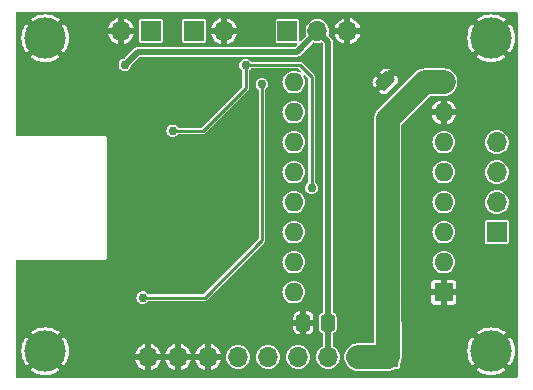
<source format=gbr>
%TF.GenerationSoftware,KiCad,Pcbnew,7.0.5*%
%TF.CreationDate,2023-07-11T15:00:58-04:00*%
%TF.ProjectId,StepperMotor_module_V2_XIAO_RP2040,53746570-7065-4724-9d6f-746f725f6d6f,rev?*%
%TF.SameCoordinates,Original*%
%TF.FileFunction,Copper,L2,Bot*%
%TF.FilePolarity,Positive*%
%FSLAX46Y46*%
G04 Gerber Fmt 4.6, Leading zero omitted, Abs format (unit mm)*
G04 Created by KiCad (PCBNEW 7.0.5) date 2023-07-11 15:00:58*
%MOMM*%
%LPD*%
G01*
G04 APERTURE LIST*
G04 Aperture macros list*
%AMRoundRect*
0 Rectangle with rounded corners*
0 $1 Rounding radius*
0 $2 $3 $4 $5 $6 $7 $8 $9 X,Y pos of 4 corners*
0 Add a 4 corners polygon primitive as box body*
4,1,4,$2,$3,$4,$5,$6,$7,$8,$9,$2,$3,0*
0 Add four circle primitives for the rounded corners*
1,1,$1+$1,$2,$3*
1,1,$1+$1,$4,$5*
1,1,$1+$1,$6,$7*
1,1,$1+$1,$8,$9*
0 Add four rect primitives between the rounded corners*
20,1,$1+$1,$2,$3,$4,$5,0*
20,1,$1+$1,$4,$5,$6,$7,0*
20,1,$1+$1,$6,$7,$8,$9,0*
20,1,$1+$1,$8,$9,$2,$3,0*%
G04 Aperture macros list end*
%TA.AperFunction,ComponentPad*%
%ADD10R,1.700000X1.700000*%
%TD*%
%TA.AperFunction,ComponentPad*%
%ADD11O,1.700000X1.700000*%
%TD*%
%TA.AperFunction,ComponentPad*%
%ADD12C,3.500000*%
%TD*%
%TA.AperFunction,ComponentPad*%
%ADD13R,1.600000X1.600000*%
%TD*%
%TA.AperFunction,ComponentPad*%
%ADD14O,1.600000X1.600000*%
%TD*%
%TA.AperFunction,SMDPad,CuDef*%
%ADD15RoundRect,0.250000X0.574524X0.097227X0.097227X0.574524X-0.574524X-0.097227X-0.097227X-0.574524X0*%
%TD*%
%TA.AperFunction,SMDPad,CuDef*%
%ADD16RoundRect,0.250000X0.337500X0.475000X-0.337500X0.475000X-0.337500X-0.475000X0.337500X-0.475000X0*%
%TD*%
%TA.AperFunction,ViaPad*%
%ADD17C,0.762000*%
%TD*%
%TA.AperFunction,Conductor*%
%ADD18C,2.000000*%
%TD*%
%TA.AperFunction,Conductor*%
%ADD19C,0.254000*%
%TD*%
%TA.AperFunction,Conductor*%
%ADD20C,0.508000*%
%TD*%
G04 APERTURE END LIST*
D10*
%TO.P,J3,1,Pin_1*%
%TO.N,PWM_S*%
X145260000Y-59900000D03*
D11*
%TO.P,J3,2,Pin_2*%
%TO.N,VCC*%
X147800000Y-59900000D03*
%TO.P,J3,3,Pin_3*%
%TO.N,GND*%
X150340000Y-59900000D03*
%TD*%
D12*
%TO.P,H3,1,1*%
%TO.N,GND*%
X162500000Y-87000000D03*
%TD*%
D10*
%TO.P,J7,1,Pin_1*%
%TO.N,Net-(J6-Pin_1)*%
X137340000Y-59900000D03*
D11*
%TO.P,J7,2,Pin_2*%
%TO.N,GND*%
X139880000Y-59900000D03*
%TD*%
D10*
%TO.P,J5,1,Pin_1*%
%TO.N,VPP*%
X153775000Y-87500000D03*
D11*
%TO.P,J5,2,Pin_2*%
X151235000Y-87500000D03*
%TO.P,J5,3,Pin_3*%
%TO.N,VCC*%
X148695000Y-87500000D03*
%TO.P,J5,4,Pin_4*%
%TO.N,GPIO*%
X146155000Y-87500000D03*
%TO.P,J5,5,Pin_5*%
%TO.N,SCL*%
X143615000Y-87500000D03*
%TO.P,J5,6,Pin_6*%
%TO.N,SDA*%
X141075000Y-87500000D03*
%TO.P,J5,7,Pin_7*%
%TO.N,GND*%
X138535000Y-87500000D03*
%TO.P,J5,8,Pin_8*%
X135995000Y-87500000D03*
%TO.P,J5,9,Pin_9*%
X133455000Y-87500000D03*
%TD*%
D13*
%TO.P,A1,1,GND*%
%TO.N,GND*%
X158500000Y-82000000D03*
D14*
%TO.P,A1,2,VDD*%
%TO.N,+3V3*%
X158500000Y-79460000D03*
%TO.P,A1,3,1B*%
%TO.N,1B*%
X158500000Y-76920000D03*
%TO.P,A1,4,1A*%
%TO.N,1A*%
X158500000Y-74380000D03*
%TO.P,A1,5,2A*%
%TO.N,2A*%
X158500000Y-71840000D03*
%TO.P,A1,6,2B*%
%TO.N,2B*%
X158500000Y-69300000D03*
%TO.P,A1,7,GND*%
%TO.N,GND*%
X158500000Y-66760000D03*
%TO.P,A1,8,VMOT*%
%TO.N,VPP*%
X158500000Y-64220000D03*
%TO.P,A1,9,~{ENABLE}*%
%TO.N,/A4988_Module/M_EN*%
X145800000Y-64220000D03*
%TO.P,A1,10,MS1*%
%TO.N,MS1*%
X145800000Y-66760000D03*
%TO.P,A1,11,MS2*%
%TO.N,MS2*%
X145800000Y-69300000D03*
%TO.P,A1,12,MS3*%
%TO.N,MS3*%
X145800000Y-71840000D03*
%TO.P,A1,13,~{RESET}*%
%TO.N,Net-(A1-~{RESET})*%
X145800000Y-74380000D03*
%TO.P,A1,14,~{SLEEP}*%
X145800000Y-76920000D03*
%TO.P,A1,15,STEP*%
%TO.N,STEP*%
X145800000Y-79460000D03*
%TO.P,A1,16,DIR*%
%TO.N,DIR*%
X145800000Y-82000000D03*
%TD*%
D10*
%TO.P,J6,1,Pin_1*%
%TO.N,Net-(J6-Pin_1)*%
X133700000Y-59900000D03*
D11*
%TO.P,J6,2,Pin_2*%
%TO.N,GND*%
X131160000Y-59900000D03*
%TD*%
D12*
%TO.P,H2,1,1*%
%TO.N,GND*%
X124750000Y-60500000D03*
%TD*%
%TO.P,H4,1,1*%
%TO.N,GND*%
X162500000Y-60500000D03*
%TD*%
%TO.P,H1,1,1*%
%TO.N,GND*%
X124750000Y-87000000D03*
%TD*%
D10*
%TO.P,J4,1,Pin_1*%
%TO.N,1B*%
X162990000Y-76920000D03*
D11*
%TO.P,J4,2,Pin_2*%
%TO.N,1A*%
X162990000Y-74380000D03*
%TO.P,J4,3,Pin_3*%
%TO.N,2A*%
X162990000Y-71840000D03*
%TO.P,J4,4,Pin_4*%
%TO.N,2B*%
X162990000Y-69300000D03*
%TD*%
D15*
%TO.P,C1,1*%
%TO.N,VPP*%
X155000000Y-65600000D03*
%TO.P,C1,2*%
%TO.N,GND*%
X153532754Y-64132754D03*
%TD*%
D16*
%TO.P,C3,1*%
%TO.N,VCC*%
X148687500Y-84600000D03*
%TO.P,C3,2*%
%TO.N,GND*%
X146612500Y-84600000D03*
%TD*%
D17*
%TO.N,GND*%
X156000000Y-78000000D03*
X128000000Y-86500000D03*
X130000000Y-85000000D03*
X135000000Y-72500000D03*
X132500000Y-75000000D03*
X135000000Y-77500000D03*
X152000000Y-84000000D03*
X150000000Y-78000000D03*
X128000000Y-85000000D03*
X134000000Y-85000000D03*
X128000000Y-88000000D03*
X156000000Y-82000000D03*
X164000000Y-65500000D03*
X137500000Y-72500000D03*
X130000000Y-88000000D03*
X156000000Y-72000000D03*
X132500000Y-72500000D03*
X152000000Y-76000000D03*
X152000000Y-80000000D03*
X137500000Y-77500000D03*
X132000000Y-85000000D03*
X152000000Y-82000000D03*
X150000000Y-80000000D03*
X130000000Y-86500000D03*
X162000000Y-63500000D03*
X156000000Y-68000000D03*
X162000000Y-65500000D03*
X132500000Y-70000000D03*
X150000000Y-84000000D03*
X156000000Y-70000000D03*
X154000000Y-63500000D03*
X164000000Y-63500000D03*
X152000000Y-74000000D03*
X150000000Y-82000000D03*
X150000000Y-74000000D03*
X137500000Y-75000000D03*
X135000000Y-75000000D03*
X156000000Y-76000000D03*
X132500000Y-77500000D03*
X156000000Y-74000000D03*
X136000000Y-85000000D03*
%TO.N,+3V3*%
X147300000Y-73180000D03*
X141712500Y-62786900D03*
X135550000Y-68350000D03*
%TO.N,PWM_S*%
X143100000Y-64400000D03*
X133019250Y-82460500D03*
%TO.N,VCC*%
X131500000Y-62750000D03*
%TD*%
D18*
%TO.N,VPP*%
X153762500Y-67337500D02*
X156880000Y-64220000D01*
X153762500Y-84650000D02*
X153762500Y-67337500D01*
X153775000Y-87500000D02*
X151235000Y-87500000D01*
X153775000Y-84662500D02*
X153762500Y-84650000D01*
X156880000Y-64220000D02*
X158500000Y-64220000D01*
X153775000Y-87500000D02*
X153775000Y-84662500D01*
D19*
%TO.N,+3V3*%
X146306900Y-62786900D02*
X141712500Y-62786900D01*
X135550000Y-68350000D02*
X138100000Y-68350000D01*
X141712500Y-64737500D02*
X141712500Y-62786900D01*
X147300000Y-73180000D02*
X147300000Y-63780000D01*
X147300000Y-63780000D02*
X146306900Y-62786900D01*
X138100000Y-68350000D02*
X141712500Y-64737500D01*
%TO.N,PWM_S*%
X133019250Y-82460500D02*
X138239500Y-82460500D01*
X138239500Y-82460500D02*
X143100000Y-77600000D01*
X143100000Y-77600000D02*
X143100000Y-64400000D01*
D20*
%TO.N,VCC*%
X146050000Y-61650000D02*
X132600000Y-61650000D01*
X132600000Y-61650000D02*
X131500000Y-62750000D01*
X148695000Y-87500000D02*
X148695000Y-60795000D01*
X148695000Y-60795000D02*
X147800000Y-59900000D01*
X147800000Y-59900000D02*
X146050000Y-61650000D01*
%TD*%
%TA.AperFunction,Conductor*%
%TO.N,GND*%
G36*
X164714101Y-58275065D02*
G01*
X164744165Y-58327136D01*
X164745500Y-58342400D01*
X164745500Y-89157600D01*
X164724935Y-89214101D01*
X164672864Y-89244165D01*
X164657600Y-89245500D01*
X122342400Y-89245500D01*
X122285899Y-89224935D01*
X122255835Y-89172864D01*
X122254500Y-89157600D01*
X122254500Y-86999999D01*
X122740881Y-86999999D01*
X122761331Y-87285933D01*
X122822262Y-87566027D01*
X122822264Y-87566035D01*
X122922440Y-87834616D01*
X123059821Y-88086210D01*
X123059826Y-88086217D01*
X123164604Y-88226184D01*
X123811857Y-87578930D01*
X123914894Y-87723624D01*
X124066932Y-87868592D01*
X124172665Y-87936542D01*
X123523814Y-88585394D01*
X123663782Y-88690173D01*
X123663789Y-88690178D01*
X123915383Y-88827559D01*
X124183964Y-88927735D01*
X124183972Y-88927737D01*
X124464066Y-88988668D01*
X124749999Y-89009118D01*
X125035933Y-88988668D01*
X125316027Y-88927737D01*
X125316035Y-88927735D01*
X125584616Y-88827559D01*
X125836210Y-88690178D01*
X125836219Y-88690172D01*
X125976184Y-88585395D01*
X125976184Y-88585394D01*
X125329573Y-87938784D01*
X125347410Y-87929589D01*
X125512540Y-87799729D01*
X125650110Y-87640965D01*
X125686736Y-87577525D01*
X126335394Y-88226184D01*
X126335395Y-88226184D01*
X126440172Y-88086219D01*
X126440178Y-88086210D01*
X126577559Y-87834616D01*
X126677735Y-87566035D01*
X126677737Y-87566027D01*
X126738668Y-87285933D01*
X126741524Y-87245999D01*
X132379450Y-87245999D01*
X132379451Y-87246000D01*
X133023884Y-87246000D01*
X132995507Y-87290156D01*
X132955000Y-87428111D01*
X132955000Y-87571889D01*
X132995507Y-87709844D01*
X133023884Y-87754000D01*
X132379451Y-87754000D01*
X132421139Y-87900515D01*
X132421140Y-87900518D01*
X132512341Y-88083674D01*
X132635632Y-88246938D01*
X132635640Y-88246947D01*
X132786839Y-88384785D01*
X132786841Y-88384786D01*
X132960792Y-88492492D01*
X132960797Y-88492494D01*
X133151578Y-88566403D01*
X133151583Y-88566405D01*
X133200999Y-88575641D01*
X133200999Y-87933674D01*
X133312685Y-87984680D01*
X133419237Y-88000000D01*
X133490763Y-88000000D01*
X133597315Y-87984680D01*
X133709000Y-87933674D01*
X133709000Y-88575640D01*
X133758415Y-88566405D01*
X133758424Y-88566402D01*
X133949202Y-88492494D01*
X133949207Y-88492492D01*
X134123158Y-88384786D01*
X134123160Y-88384785D01*
X134274359Y-88246947D01*
X134274367Y-88246938D01*
X134397658Y-88083674D01*
X134488859Y-87900518D01*
X134488860Y-87900515D01*
X134530549Y-87754000D01*
X133886116Y-87754000D01*
X133914493Y-87709844D01*
X133955000Y-87571889D01*
X133955000Y-87428111D01*
X133914493Y-87290156D01*
X133886116Y-87246000D01*
X134530549Y-87246000D01*
X134530549Y-87245999D01*
X134919450Y-87245999D01*
X134919451Y-87246000D01*
X135563884Y-87246000D01*
X135535507Y-87290156D01*
X135495000Y-87428111D01*
X135495000Y-87571889D01*
X135535507Y-87709844D01*
X135563884Y-87754000D01*
X134919451Y-87754000D01*
X134961139Y-87900515D01*
X134961140Y-87900518D01*
X135052341Y-88083674D01*
X135175632Y-88246938D01*
X135175640Y-88246947D01*
X135326839Y-88384785D01*
X135326841Y-88384786D01*
X135500792Y-88492492D01*
X135500797Y-88492494D01*
X135691575Y-88566402D01*
X135691584Y-88566405D01*
X135741000Y-88575641D01*
X135741000Y-87933674D01*
X135852685Y-87984680D01*
X135959237Y-88000000D01*
X136030763Y-88000000D01*
X136137315Y-87984680D01*
X136249000Y-87933674D01*
X136249000Y-88575641D01*
X136298415Y-88566405D01*
X136298424Y-88566402D01*
X136489202Y-88492494D01*
X136489207Y-88492492D01*
X136663158Y-88384786D01*
X136663160Y-88384785D01*
X136814359Y-88246947D01*
X136814367Y-88246938D01*
X136937658Y-88083674D01*
X137028859Y-87900518D01*
X137028860Y-87900515D01*
X137070549Y-87754000D01*
X136426116Y-87754000D01*
X136454493Y-87709844D01*
X136495000Y-87571889D01*
X136495000Y-87428111D01*
X136454493Y-87290156D01*
X136426116Y-87246000D01*
X137070549Y-87246000D01*
X137070549Y-87245999D01*
X137459450Y-87245999D01*
X137459451Y-87246000D01*
X138103884Y-87246000D01*
X138075507Y-87290156D01*
X138035000Y-87428111D01*
X138035000Y-87571889D01*
X138075507Y-87709844D01*
X138103884Y-87754000D01*
X137459451Y-87754000D01*
X137501139Y-87900515D01*
X137501140Y-87900518D01*
X137592341Y-88083674D01*
X137715632Y-88246938D01*
X137715640Y-88246947D01*
X137866839Y-88384785D01*
X137866841Y-88384786D01*
X138040792Y-88492492D01*
X138040797Y-88492494D01*
X138231575Y-88566402D01*
X138231584Y-88566405D01*
X138281000Y-88575641D01*
X138281000Y-87933674D01*
X138392685Y-87984680D01*
X138499237Y-88000000D01*
X138570763Y-88000000D01*
X138677315Y-87984680D01*
X138789000Y-87933674D01*
X138789000Y-88575641D01*
X138838415Y-88566405D01*
X138838424Y-88566402D01*
X139029202Y-88492494D01*
X139029207Y-88492492D01*
X139203158Y-88384786D01*
X139203160Y-88384785D01*
X139354359Y-88246947D01*
X139354367Y-88246938D01*
X139477658Y-88083674D01*
X139568859Y-87900518D01*
X139568860Y-87900515D01*
X139610549Y-87754000D01*
X138966116Y-87754000D01*
X138994493Y-87709844D01*
X139035000Y-87571889D01*
X139035000Y-87500000D01*
X140067247Y-87500000D01*
X140082951Y-87659448D01*
X140086612Y-87696609D01*
X140143957Y-87885648D01*
X140143958Y-87885650D01*
X140237084Y-88059878D01*
X140362411Y-88212589D01*
X140515122Y-88337916D01*
X140689350Y-88431042D01*
X140785573Y-88460231D01*
X140865296Y-88484415D01*
X140878397Y-88488389D01*
X141075000Y-88507753D01*
X141271603Y-88488389D01*
X141460650Y-88431042D01*
X141634878Y-88337916D01*
X141787589Y-88212589D01*
X141912916Y-88059878D01*
X142006042Y-87885650D01*
X142063389Y-87696603D01*
X142082753Y-87500000D01*
X142607247Y-87500000D01*
X142622951Y-87659448D01*
X142626612Y-87696609D01*
X142683957Y-87885648D01*
X142683958Y-87885650D01*
X142777084Y-88059878D01*
X142902411Y-88212589D01*
X143055122Y-88337916D01*
X143229350Y-88431042D01*
X143325573Y-88460231D01*
X143405296Y-88484415D01*
X143418397Y-88488389D01*
X143615000Y-88507753D01*
X143811603Y-88488389D01*
X144000650Y-88431042D01*
X144174878Y-88337916D01*
X144327589Y-88212589D01*
X144452916Y-88059878D01*
X144546042Y-87885650D01*
X144603389Y-87696603D01*
X144622753Y-87500000D01*
X145147247Y-87500000D01*
X145162951Y-87659448D01*
X145166612Y-87696609D01*
X145223957Y-87885648D01*
X145223958Y-87885650D01*
X145317084Y-88059878D01*
X145442411Y-88212589D01*
X145595122Y-88337916D01*
X145769350Y-88431042D01*
X145865573Y-88460231D01*
X145945296Y-88484415D01*
X145958397Y-88488389D01*
X146155000Y-88507753D01*
X146351603Y-88488389D01*
X146540650Y-88431042D01*
X146714878Y-88337916D01*
X146867589Y-88212589D01*
X146992916Y-88059878D01*
X147086042Y-87885650D01*
X147143389Y-87696603D01*
X147162753Y-87500000D01*
X147143389Y-87303397D01*
X147086042Y-87114350D01*
X146992916Y-86940122D01*
X146867589Y-86787411D01*
X146714878Y-86662084D01*
X146540650Y-86568958D01*
X146540649Y-86568957D01*
X146540648Y-86568957D01*
X146351609Y-86511612D01*
X146351604Y-86511611D01*
X146351603Y-86511611D01*
X146155000Y-86492247D01*
X145958397Y-86511611D01*
X145958395Y-86511611D01*
X145958390Y-86511612D01*
X145769351Y-86568957D01*
X145595121Y-86662084D01*
X145442413Y-86787409D01*
X145442409Y-86787413D01*
X145317084Y-86940121D01*
X145223957Y-87114351D01*
X145166612Y-87303390D01*
X145166611Y-87303395D01*
X145166611Y-87303397D01*
X145147247Y-87500000D01*
X144622753Y-87500000D01*
X144603389Y-87303397D01*
X144546042Y-87114350D01*
X144452916Y-86940122D01*
X144327589Y-86787411D01*
X144174878Y-86662084D01*
X144000650Y-86568958D01*
X144000649Y-86568957D01*
X144000648Y-86568957D01*
X143811609Y-86511612D01*
X143811604Y-86511611D01*
X143811603Y-86511611D01*
X143615000Y-86492247D01*
X143418397Y-86511611D01*
X143418395Y-86511611D01*
X143418390Y-86511612D01*
X143229351Y-86568957D01*
X143055121Y-86662084D01*
X142902413Y-86787409D01*
X142902409Y-86787413D01*
X142777084Y-86940121D01*
X142683957Y-87114351D01*
X142626612Y-87303390D01*
X142626611Y-87303395D01*
X142626611Y-87303397D01*
X142607247Y-87500000D01*
X142082753Y-87500000D01*
X142063389Y-87303397D01*
X142006042Y-87114350D01*
X141912916Y-86940122D01*
X141787589Y-86787411D01*
X141634878Y-86662084D01*
X141460650Y-86568958D01*
X141460649Y-86568957D01*
X141460648Y-86568957D01*
X141271609Y-86511612D01*
X141271604Y-86511611D01*
X141271603Y-86511611D01*
X141075000Y-86492247D01*
X140878397Y-86511611D01*
X140878395Y-86511611D01*
X140878390Y-86511612D01*
X140689351Y-86568957D01*
X140515121Y-86662084D01*
X140362413Y-86787409D01*
X140362409Y-86787413D01*
X140237084Y-86940121D01*
X140143957Y-87114351D01*
X140086612Y-87303390D01*
X140086611Y-87303395D01*
X140086611Y-87303397D01*
X140067247Y-87500000D01*
X139035000Y-87500000D01*
X139035000Y-87428111D01*
X138994493Y-87290156D01*
X138966116Y-87246000D01*
X139610549Y-87246000D01*
X139610549Y-87245999D01*
X139568860Y-87099484D01*
X139568859Y-87099481D01*
X139477658Y-86916325D01*
X139354367Y-86753061D01*
X139354359Y-86753052D01*
X139203160Y-86615214D01*
X139203158Y-86615213D01*
X139029207Y-86507507D01*
X139029202Y-86507505D01*
X138838418Y-86433595D01*
X138838410Y-86433592D01*
X138789000Y-86424356D01*
X138789000Y-87066325D01*
X138677315Y-87015320D01*
X138570763Y-87000000D01*
X138499237Y-87000000D01*
X138392685Y-87015320D01*
X138281000Y-87066325D01*
X138281000Y-86424356D01*
X138280999Y-86424356D01*
X138231589Y-86433592D01*
X138231581Y-86433595D01*
X138040797Y-86507505D01*
X138040792Y-86507507D01*
X137866841Y-86615213D01*
X137866839Y-86615214D01*
X137715640Y-86753052D01*
X137715632Y-86753061D01*
X137592341Y-86916325D01*
X137501140Y-87099481D01*
X137501139Y-87099484D01*
X137459450Y-87245999D01*
X137070549Y-87245999D01*
X137028860Y-87099484D01*
X137028859Y-87099481D01*
X136937658Y-86916325D01*
X136814367Y-86753061D01*
X136814359Y-86753052D01*
X136663160Y-86615214D01*
X136663158Y-86615213D01*
X136489207Y-86507507D01*
X136489202Y-86507505D01*
X136298418Y-86433595D01*
X136298410Y-86433592D01*
X136249000Y-86424356D01*
X136249000Y-87066325D01*
X136137315Y-87015320D01*
X136030763Y-87000000D01*
X135959237Y-87000000D01*
X135852685Y-87015320D01*
X135741000Y-87066325D01*
X135741000Y-86424356D01*
X135740999Y-86424356D01*
X135691589Y-86433592D01*
X135691581Y-86433595D01*
X135500797Y-86507505D01*
X135500792Y-86507507D01*
X135326841Y-86615213D01*
X135326839Y-86615214D01*
X135175640Y-86753052D01*
X135175632Y-86753061D01*
X135052341Y-86916325D01*
X134961140Y-87099481D01*
X134961139Y-87099484D01*
X134919450Y-87245999D01*
X134530549Y-87245999D01*
X134488860Y-87099484D01*
X134488859Y-87099481D01*
X134397658Y-86916325D01*
X134274367Y-86753061D01*
X134274359Y-86753052D01*
X134123160Y-86615214D01*
X134123158Y-86615213D01*
X133949207Y-86507507D01*
X133949202Y-86507505D01*
X133758418Y-86433595D01*
X133758410Y-86433592D01*
X133709000Y-86424356D01*
X133709000Y-87066325D01*
X133597315Y-87015320D01*
X133490763Y-87000000D01*
X133419237Y-87000000D01*
X133312685Y-87015320D01*
X133200999Y-87066325D01*
X133200999Y-86424356D01*
X133151584Y-86433594D01*
X133151575Y-86433597D01*
X132960797Y-86507505D01*
X132960792Y-86507507D01*
X132786841Y-86615213D01*
X132786839Y-86615214D01*
X132635640Y-86753052D01*
X132635632Y-86753061D01*
X132512341Y-86916325D01*
X132421140Y-87099481D01*
X132421139Y-87099484D01*
X132379450Y-87245999D01*
X126741524Y-87245999D01*
X126759118Y-86999999D01*
X126738668Y-86714066D01*
X126677737Y-86433972D01*
X126677735Y-86433964D01*
X126577559Y-86165383D01*
X126440178Y-85913789D01*
X126440173Y-85913782D01*
X126335394Y-85773814D01*
X125688140Y-86421067D01*
X125585106Y-86276376D01*
X125433068Y-86131408D01*
X125327332Y-86063455D01*
X125976184Y-85414604D01*
X125836217Y-85309826D01*
X125836210Y-85309821D01*
X125584616Y-85172440D01*
X125316035Y-85072264D01*
X125316027Y-85072262D01*
X125035933Y-85011331D01*
X124750000Y-84990881D01*
X124464066Y-85011331D01*
X124183972Y-85072262D01*
X124183964Y-85072264D01*
X123915383Y-85172440D01*
X123663789Y-85309821D01*
X123663782Y-85309826D01*
X123523814Y-85414603D01*
X124170426Y-86061215D01*
X124152590Y-86070411D01*
X123987460Y-86200271D01*
X123849890Y-86359035D01*
X123813263Y-86422474D01*
X123164603Y-85773814D01*
X123059826Y-85913782D01*
X123059821Y-85913789D01*
X122922440Y-86165383D01*
X122822264Y-86433964D01*
X122822262Y-86433972D01*
X122761331Y-86714066D01*
X122740881Y-86999999D01*
X122254500Y-86999999D01*
X122254500Y-84854000D01*
X145771001Y-84854000D01*
X145771001Y-85123205D01*
X145777453Y-85183237D01*
X145828100Y-85319024D01*
X145914951Y-85435044D01*
X145914955Y-85435048D01*
X146030975Y-85521899D01*
X146166765Y-85572546D01*
X146166775Y-85572548D01*
X146226784Y-85578999D01*
X146358500Y-85578999D01*
X146358500Y-85578998D01*
X146866500Y-85578998D01*
X146866501Y-85578999D01*
X146998205Y-85578999D01*
X147058237Y-85572546D01*
X147194024Y-85521899D01*
X147310044Y-85435048D01*
X147310048Y-85435044D01*
X147396899Y-85319024D01*
X147447546Y-85183234D01*
X147447548Y-85183224D01*
X147453999Y-85123219D01*
X147454000Y-85123210D01*
X147454000Y-84854001D01*
X147453999Y-84854000D01*
X146866501Y-84854000D01*
X146866500Y-84854001D01*
X146866500Y-85578998D01*
X146358500Y-85578998D01*
X146358500Y-84854001D01*
X146358499Y-84854000D01*
X145771001Y-84854000D01*
X122254500Y-84854000D01*
X122254500Y-84345999D01*
X145771000Y-84345999D01*
X145771001Y-84346000D01*
X146358499Y-84346000D01*
X146358500Y-84345999D01*
X146866500Y-84345999D01*
X146866501Y-84346000D01*
X147453998Y-84346000D01*
X147453999Y-84345999D01*
X147453999Y-84076794D01*
X147447546Y-84016762D01*
X147396899Y-83880975D01*
X147310048Y-83764955D01*
X147310044Y-83764951D01*
X147194024Y-83678100D01*
X147058234Y-83627453D01*
X147058224Y-83627451D01*
X146998219Y-83621000D01*
X146866501Y-83621000D01*
X146866500Y-83621001D01*
X146866500Y-84345999D01*
X146358500Y-84345999D01*
X146358500Y-84345998D01*
X146358500Y-83621000D01*
X146226794Y-83621000D01*
X146166762Y-83627453D01*
X146030975Y-83678100D01*
X145914955Y-83764951D01*
X145914951Y-83764955D01*
X145828100Y-83880975D01*
X145777453Y-84016765D01*
X145777451Y-84016775D01*
X145771000Y-84076780D01*
X145771000Y-84345999D01*
X122254500Y-84345999D01*
X122254500Y-82460500D01*
X132480743Y-82460500D01*
X132499092Y-82599876D01*
X132552889Y-82729754D01*
X132552890Y-82729756D01*
X132603829Y-82796140D01*
X132638468Y-82841282D01*
X132749996Y-82926861D01*
X132879874Y-82980658D01*
X133019250Y-82999007D01*
X133158626Y-82980658D01*
X133288504Y-82926861D01*
X133400032Y-82841282D01*
X133451053Y-82774789D01*
X133501764Y-82742484D01*
X133520789Y-82740400D01*
X138179501Y-82740400D01*
X138191942Y-82742431D01*
X138192088Y-82741392D01*
X138200154Y-82742516D01*
X138200160Y-82742518D01*
X138244954Y-82740446D01*
X138246982Y-82740400D01*
X138265435Y-82740400D01*
X138268832Y-82739764D01*
X138274883Y-82739063D01*
X138293272Y-82738212D01*
X138304693Y-82737685D01*
X138310549Y-82735098D01*
X138313519Y-82733788D01*
X138332874Y-82727793D01*
X138342363Y-82726020D01*
X138367741Y-82710304D01*
X138373107Y-82707475D01*
X138400422Y-82695416D01*
X138407248Y-82688589D01*
X138423128Y-82676010D01*
X138431333Y-82670931D01*
X138449315Y-82647117D01*
X138453303Y-82642533D01*
X139095836Y-82000000D01*
X144842489Y-82000000D01*
X144860276Y-82180600D01*
X144860888Y-82186807D01*
X144915373Y-82366419D01*
X144915373Y-82366420D01*
X144915374Y-82366423D01*
X144915375Y-82366424D01*
X145003859Y-82531965D01*
X145122937Y-82677063D01*
X145268035Y-82796141D01*
X145433576Y-82884625D01*
X145433578Y-82884625D01*
X145433579Y-82884626D01*
X145572809Y-82926861D01*
X145613199Y-82939113D01*
X145800000Y-82957511D01*
X145986801Y-82939113D01*
X146166424Y-82884625D01*
X146331965Y-82796141D01*
X146477063Y-82677063D01*
X146596141Y-82531965D01*
X146684625Y-82366424D01*
X146739113Y-82186801D01*
X146757511Y-82000000D01*
X146739113Y-81813199D01*
X146684625Y-81633576D01*
X146596141Y-81468035D01*
X146477063Y-81322937D01*
X146331965Y-81203859D01*
X146166424Y-81115375D01*
X146166423Y-81115374D01*
X146166420Y-81115373D01*
X145986807Y-81060888D01*
X145986802Y-81060887D01*
X145986801Y-81060887D01*
X145800000Y-81042489D01*
X145613199Y-81060887D01*
X145613197Y-81060887D01*
X145613192Y-81060888D01*
X145433580Y-81115373D01*
X145433579Y-81115373D01*
X145268034Y-81203859D01*
X145122939Y-81322935D01*
X145122935Y-81322939D01*
X145003859Y-81468034D01*
X144915373Y-81633579D01*
X144915373Y-81633580D01*
X144860888Y-81813192D01*
X144860887Y-81813197D01*
X144860887Y-81813199D01*
X144842489Y-82000000D01*
X139095836Y-82000000D01*
X141635836Y-79460000D01*
X144842489Y-79460000D01*
X144860888Y-79646807D01*
X144915373Y-79826419D01*
X144915373Y-79826420D01*
X144915374Y-79826423D01*
X144915375Y-79826424D01*
X145003859Y-79991965D01*
X145122937Y-80137063D01*
X145268035Y-80256141D01*
X145433576Y-80344625D01*
X145613199Y-80399113D01*
X145800000Y-80417511D01*
X145986801Y-80399113D01*
X146166424Y-80344625D01*
X146331965Y-80256141D01*
X146477063Y-80137063D01*
X146596141Y-79991965D01*
X146684625Y-79826424D01*
X146739113Y-79646801D01*
X146757511Y-79460000D01*
X146739113Y-79273199D01*
X146684625Y-79093576D01*
X146596141Y-78928035D01*
X146477063Y-78782937D01*
X146331965Y-78663859D01*
X146166424Y-78575375D01*
X146166423Y-78575374D01*
X146166420Y-78575373D01*
X145986807Y-78520888D01*
X145986802Y-78520887D01*
X145986801Y-78520887D01*
X145800000Y-78502489D01*
X145613199Y-78520887D01*
X145613197Y-78520887D01*
X145613192Y-78520888D01*
X145433580Y-78575373D01*
X145433579Y-78575373D01*
X145268034Y-78663859D01*
X145122939Y-78782935D01*
X145122935Y-78782939D01*
X145003859Y-78928034D01*
X144915373Y-79093579D01*
X144915373Y-79093580D01*
X144860888Y-79273192D01*
X144860887Y-79273197D01*
X144860887Y-79273199D01*
X144842489Y-79459999D01*
X144842489Y-79460000D01*
X141635836Y-79460000D01*
X143255493Y-77840343D01*
X143265730Y-77832987D01*
X143265095Y-77832146D01*
X143271598Y-77827235D01*
X143271599Y-77827234D01*
X143301843Y-77794056D01*
X143303168Y-77792669D01*
X143316258Y-77779580D01*
X143318210Y-77776728D01*
X143321983Y-77771963D01*
X143342098Y-77749901D01*
X143345586Y-77740894D01*
X143355033Y-77722974D01*
X143360486Y-77715016D01*
X143367316Y-77685970D01*
X143369115Y-77680157D01*
X143379900Y-77652322D01*
X143379900Y-77642668D01*
X143382235Y-77622543D01*
X143384444Y-77613151D01*
X143380322Y-77583599D01*
X143379900Y-77577521D01*
X143379900Y-76919999D01*
X144842489Y-76919999D01*
X144860888Y-77106807D01*
X144915373Y-77286419D01*
X144915373Y-77286420D01*
X144915374Y-77286423D01*
X144915375Y-77286424D01*
X145003859Y-77451965D01*
X145122937Y-77597063D01*
X145268035Y-77716141D01*
X145433576Y-77804625D01*
X145433578Y-77804625D01*
X145433579Y-77804626D01*
X145524300Y-77832146D01*
X145613199Y-77859113D01*
X145800000Y-77877511D01*
X145986801Y-77859113D01*
X146166424Y-77804625D01*
X146331965Y-77716141D01*
X146477063Y-77597063D01*
X146596141Y-77451965D01*
X146684625Y-77286424D01*
X146739113Y-77106801D01*
X146757511Y-76920000D01*
X146739113Y-76733199D01*
X146684625Y-76553576D01*
X146596141Y-76388035D01*
X146477063Y-76242937D01*
X146331965Y-76123859D01*
X146166424Y-76035375D01*
X146166423Y-76035374D01*
X146166420Y-76035373D01*
X145986807Y-75980888D01*
X145986802Y-75980887D01*
X145986801Y-75980887D01*
X145800000Y-75962489D01*
X145613199Y-75980887D01*
X145613197Y-75980887D01*
X145613192Y-75980888D01*
X145433580Y-76035373D01*
X145433579Y-76035373D01*
X145268034Y-76123859D01*
X145122939Y-76242935D01*
X145122935Y-76242939D01*
X145003859Y-76388034D01*
X144915373Y-76553579D01*
X144915373Y-76553580D01*
X144860888Y-76733192D01*
X144842489Y-76919999D01*
X143379900Y-76919999D01*
X143379900Y-74380000D01*
X144842489Y-74380000D01*
X144860888Y-74566807D01*
X144915373Y-74746419D01*
X144915373Y-74746420D01*
X144915374Y-74746423D01*
X144915375Y-74746424D01*
X145003859Y-74911965D01*
X145122937Y-75057063D01*
X145268035Y-75176141D01*
X145433576Y-75264625D01*
X145613199Y-75319113D01*
X145800000Y-75337511D01*
X145986801Y-75319113D01*
X146166424Y-75264625D01*
X146331965Y-75176141D01*
X146477063Y-75057063D01*
X146596141Y-74911965D01*
X146684625Y-74746424D01*
X146739113Y-74566801D01*
X146757511Y-74380000D01*
X146739113Y-74193199D01*
X146736137Y-74183390D01*
X146684626Y-74013580D01*
X146684626Y-74013579D01*
X146684625Y-74013578D01*
X146684625Y-74013576D01*
X146596141Y-73848035D01*
X146477063Y-73702937D01*
X146331965Y-73583859D01*
X146166424Y-73495375D01*
X146166423Y-73495374D01*
X146166420Y-73495373D01*
X145986807Y-73440888D01*
X145986802Y-73440887D01*
X145986801Y-73440887D01*
X145800000Y-73422489D01*
X145799999Y-73422489D01*
X145755021Y-73426918D01*
X145613199Y-73440887D01*
X145613197Y-73440887D01*
X145613192Y-73440888D01*
X145433580Y-73495373D01*
X145433579Y-73495373D01*
X145268034Y-73583859D01*
X145122939Y-73702935D01*
X145122935Y-73702939D01*
X145003859Y-73848034D01*
X144915373Y-74013579D01*
X144915373Y-74013580D01*
X144860888Y-74193192D01*
X144842489Y-74380000D01*
X143379900Y-74380000D01*
X143379900Y-71840000D01*
X144842489Y-71840000D01*
X144860888Y-72026807D01*
X144915373Y-72206419D01*
X144915373Y-72206420D01*
X144915374Y-72206423D01*
X144915375Y-72206424D01*
X145003859Y-72371965D01*
X145122937Y-72517063D01*
X145268035Y-72636141D01*
X145433576Y-72724625D01*
X145613199Y-72779113D01*
X145800000Y-72797511D01*
X145986801Y-72779113D01*
X146166424Y-72724625D01*
X146331965Y-72636141D01*
X146477063Y-72517063D01*
X146596141Y-72371965D01*
X146684625Y-72206424D01*
X146739113Y-72026801D01*
X146757511Y-71840000D01*
X146739113Y-71653199D01*
X146736137Y-71643390D01*
X146684626Y-71473580D01*
X146684626Y-71473579D01*
X146684625Y-71473578D01*
X146684625Y-71473576D01*
X146596141Y-71308035D01*
X146477063Y-71162937D01*
X146331965Y-71043859D01*
X146166424Y-70955375D01*
X146166423Y-70955374D01*
X146166420Y-70955373D01*
X145986807Y-70900888D01*
X145986802Y-70900887D01*
X145986801Y-70900887D01*
X145800000Y-70882489D01*
X145799999Y-70882489D01*
X145755021Y-70886918D01*
X145613199Y-70900887D01*
X145613197Y-70900887D01*
X145613192Y-70900888D01*
X145433580Y-70955373D01*
X145433579Y-70955373D01*
X145268034Y-71043859D01*
X145122939Y-71162935D01*
X145122935Y-71162939D01*
X145003859Y-71308034D01*
X144915373Y-71473579D01*
X144915373Y-71473580D01*
X144860888Y-71653192D01*
X144842489Y-71840000D01*
X143379900Y-71840000D01*
X143379900Y-69299999D01*
X144842489Y-69299999D01*
X144860888Y-69486807D01*
X144915373Y-69666419D01*
X144915373Y-69666420D01*
X144915374Y-69666423D01*
X144915375Y-69666424D01*
X145003859Y-69831965D01*
X145122937Y-69977063D01*
X145268035Y-70096141D01*
X145433576Y-70184625D01*
X145613199Y-70239113D01*
X145800000Y-70257511D01*
X145986801Y-70239113D01*
X146166424Y-70184625D01*
X146331965Y-70096141D01*
X146477063Y-69977063D01*
X146596141Y-69831965D01*
X146684625Y-69666424D01*
X146739113Y-69486801D01*
X146757511Y-69300000D01*
X146739113Y-69113199D01*
X146736137Y-69103390D01*
X146684626Y-68933580D01*
X146684626Y-68933579D01*
X146684625Y-68933578D01*
X146684625Y-68933576D01*
X146596141Y-68768035D01*
X146477063Y-68622937D01*
X146331965Y-68503859D01*
X146166424Y-68415375D01*
X146166423Y-68415374D01*
X146166420Y-68415373D01*
X145986807Y-68360888D01*
X145986802Y-68360887D01*
X145986801Y-68360887D01*
X145800000Y-68342489D01*
X145799999Y-68342489D01*
X145755021Y-68346918D01*
X145613199Y-68360887D01*
X145613197Y-68360887D01*
X145613192Y-68360888D01*
X145433580Y-68415373D01*
X145433579Y-68415373D01*
X145268034Y-68503859D01*
X145122939Y-68622935D01*
X145122935Y-68622939D01*
X145003859Y-68768034D01*
X144915373Y-68933579D01*
X144915373Y-68933580D01*
X144860888Y-69113192D01*
X144842489Y-69299999D01*
X143379900Y-69299999D01*
X143379900Y-66760000D01*
X144842489Y-66760000D01*
X144858171Y-66919228D01*
X144860888Y-66946807D01*
X144915373Y-67126419D01*
X144915373Y-67126420D01*
X144915374Y-67126423D01*
X144915375Y-67126424D01*
X145003859Y-67291965D01*
X145122937Y-67437063D01*
X145268035Y-67556141D01*
X145433576Y-67644625D01*
X145613199Y-67699113D01*
X145800000Y-67717511D01*
X145986801Y-67699113D01*
X146166424Y-67644625D01*
X146331965Y-67556141D01*
X146477063Y-67437063D01*
X146596141Y-67291965D01*
X146684625Y-67126424D01*
X146739113Y-66946801D01*
X146757511Y-66760000D01*
X146739113Y-66573199D01*
X146684625Y-66393576D01*
X146596141Y-66228035D01*
X146477063Y-66082937D01*
X146331965Y-65963859D01*
X146166424Y-65875375D01*
X146166423Y-65875374D01*
X146166420Y-65875373D01*
X145986807Y-65820888D01*
X145986802Y-65820887D01*
X145986801Y-65820887D01*
X145800000Y-65802489D01*
X145799999Y-65802489D01*
X145755021Y-65806918D01*
X145613199Y-65820887D01*
X145613197Y-65820887D01*
X145613192Y-65820888D01*
X145433580Y-65875373D01*
X145433579Y-65875373D01*
X145268034Y-65963859D01*
X145122939Y-66082935D01*
X145122935Y-66082939D01*
X145003859Y-66228034D01*
X144915373Y-66393579D01*
X144915373Y-66393580D01*
X144860888Y-66573192D01*
X144860887Y-66573197D01*
X144860887Y-66573199D01*
X144842489Y-66760000D01*
X143379900Y-66760000D01*
X143379900Y-64901538D01*
X143400465Y-64845037D01*
X143414291Y-64831802D01*
X143480775Y-64780788D01*
X143480776Y-64780786D01*
X143480782Y-64780782D01*
X143566361Y-64669254D01*
X143620158Y-64539376D01*
X143638507Y-64400000D01*
X143620158Y-64260624D01*
X143566361Y-64130747D01*
X143532430Y-64086527D01*
X143480785Y-64019221D01*
X143480783Y-64019219D01*
X143480782Y-64019218D01*
X143425017Y-63976428D01*
X143369256Y-63933640D01*
X143369254Y-63933639D01*
X143239376Y-63879842D01*
X143100000Y-63861493D01*
X142960623Y-63879842D01*
X142830747Y-63933638D01*
X142719219Y-64019216D01*
X142719216Y-64019219D01*
X142633638Y-64130747D01*
X142579842Y-64260623D01*
X142561493Y-64399999D01*
X142561493Y-64400000D01*
X142579842Y-64539376D01*
X142633639Y-64669254D01*
X142633640Y-64669256D01*
X142668764Y-64715029D01*
X142719218Y-64780782D01*
X142719220Y-64780783D01*
X142719224Y-64780788D01*
X142785709Y-64831802D01*
X142818016Y-64882512D01*
X142820100Y-64901538D01*
X142820100Y-77447652D01*
X142799535Y-77504153D01*
X142794355Y-77509807D01*
X138149307Y-82154855D01*
X138094813Y-82180266D01*
X138087152Y-82180600D01*
X133520789Y-82180600D01*
X133464288Y-82160035D01*
X133451053Y-82146210D01*
X133400035Y-82079721D01*
X133400033Y-82079719D01*
X133400032Y-82079718D01*
X133344267Y-82036928D01*
X133288506Y-81994140D01*
X133288504Y-81994139D01*
X133158626Y-81940342D01*
X133019250Y-81921993D01*
X132879873Y-81940342D01*
X132749997Y-81994138D01*
X132638469Y-82079716D01*
X132638466Y-82079719D01*
X132552888Y-82191247D01*
X132499092Y-82321123D01*
X132480743Y-82460499D01*
X132480743Y-82460500D01*
X122254500Y-82460500D01*
X122254500Y-79342400D01*
X122275065Y-79285899D01*
X122327136Y-79255835D01*
X122342400Y-79254500D01*
X129716276Y-79254500D01*
X129733424Y-79256189D01*
X129749999Y-79259486D01*
X129749999Y-79259485D01*
X129750000Y-79259486D01*
X129849301Y-79239734D01*
X129933484Y-79183484D01*
X129989734Y-79099301D01*
X130004500Y-79025067D01*
X130004500Y-79025066D01*
X130009486Y-79000000D01*
X130006189Y-78983424D01*
X130004500Y-78966276D01*
X130004500Y-69033723D01*
X130006189Y-69016574D01*
X130009486Y-69000000D01*
X129989734Y-68900699D01*
X129933484Y-68816516D01*
X129933098Y-68816258D01*
X129849301Y-68760265D01*
X129775067Y-68745500D01*
X129750000Y-68740514D01*
X129733424Y-68743811D01*
X129716276Y-68745500D01*
X122342400Y-68745500D01*
X122285899Y-68724935D01*
X122255835Y-68672864D01*
X122254500Y-68657600D01*
X122254500Y-68350000D01*
X135011493Y-68350000D01*
X135029842Y-68489376D01*
X135083639Y-68619254D01*
X135083640Y-68619256D01*
X135159392Y-68717977D01*
X135169218Y-68730782D01*
X135280746Y-68816361D01*
X135410624Y-68870158D01*
X135550000Y-68888507D01*
X135689376Y-68870158D01*
X135819254Y-68816361D01*
X135930782Y-68730782D01*
X135981803Y-68664289D01*
X136032514Y-68631984D01*
X136051539Y-68629900D01*
X138040001Y-68629900D01*
X138052442Y-68631931D01*
X138052588Y-68630892D01*
X138060654Y-68632016D01*
X138060660Y-68632018D01*
X138105454Y-68629946D01*
X138107482Y-68629900D01*
X138125935Y-68629900D01*
X138129332Y-68629264D01*
X138135383Y-68628563D01*
X138153772Y-68627712D01*
X138165193Y-68627185D01*
X138171049Y-68624598D01*
X138174019Y-68623288D01*
X138193374Y-68617293D01*
X138202863Y-68615520D01*
X138228241Y-68599804D01*
X138233607Y-68596975D01*
X138260922Y-68584916D01*
X138267748Y-68578089D01*
X138283628Y-68565510D01*
X138291833Y-68560431D01*
X138309815Y-68536617D01*
X138313803Y-68532033D01*
X141867995Y-64977842D01*
X141878230Y-64970487D01*
X141877595Y-64969646D01*
X141884099Y-64964734D01*
X141884098Y-64964733D01*
X141914321Y-64931581D01*
X141915668Y-64930170D01*
X141928758Y-64917081D01*
X141930713Y-64914226D01*
X141934483Y-64909464D01*
X141954598Y-64887401D01*
X141958084Y-64878400D01*
X141967534Y-64860473D01*
X141972986Y-64852516D01*
X141979819Y-64823461D01*
X141981616Y-64817656D01*
X141992400Y-64789822D01*
X141992400Y-64780162D01*
X141994735Y-64760037D01*
X141996943Y-64750651D01*
X141992821Y-64721106D01*
X141992400Y-64715029D01*
X141992400Y-63288438D01*
X142012965Y-63231937D01*
X142026791Y-63218702D01*
X142093275Y-63167688D01*
X142093277Y-63167685D01*
X142093282Y-63167682D01*
X142144303Y-63101189D01*
X142195014Y-63068884D01*
X142214039Y-63066800D01*
X146154552Y-63066800D01*
X146211053Y-63087365D01*
X146216707Y-63092545D01*
X146377099Y-63252937D01*
X146402510Y-63307431D01*
X146386947Y-63365509D01*
X146337694Y-63399997D01*
X146277796Y-63394756D01*
X146273508Y-63392613D01*
X146220626Y-63364347D01*
X146166424Y-63335375D01*
X146166423Y-63335374D01*
X146166420Y-63335373D01*
X145986807Y-63280888D01*
X145986802Y-63280887D01*
X145986801Y-63280887D01*
X145800000Y-63262489D01*
X145799999Y-63262489D01*
X145776637Y-63264790D01*
X145613199Y-63280887D01*
X145613197Y-63280887D01*
X145613192Y-63280888D01*
X145433580Y-63335373D01*
X145433579Y-63335373D01*
X145268034Y-63423859D01*
X145122939Y-63542935D01*
X145122935Y-63542939D01*
X145003859Y-63688034D01*
X144915373Y-63853579D01*
X144915373Y-63853580D01*
X144860888Y-64033192D01*
X144860887Y-64033197D01*
X144860887Y-64033199D01*
X144842489Y-64220000D01*
X144860217Y-64400000D01*
X144860888Y-64406807D01*
X144915373Y-64586419D01*
X144915373Y-64586420D01*
X144915374Y-64586423D01*
X144915375Y-64586424D01*
X145003859Y-64751965D01*
X145122937Y-64897063D01*
X145268035Y-65016141D01*
X145433576Y-65104625D01*
X145613199Y-65159113D01*
X145800000Y-65177511D01*
X145986801Y-65159113D01*
X146166424Y-65104625D01*
X146331965Y-65016141D01*
X146477063Y-64897063D01*
X146596141Y-64751965D01*
X146684625Y-64586424D01*
X146739113Y-64406801D01*
X146757511Y-64220000D01*
X146739113Y-64033199D01*
X146684625Y-63853576D01*
X146627385Y-63746489D01*
X146618888Y-63686967D01*
X146650639Y-63635907D01*
X146707783Y-63617202D01*
X146763581Y-63639604D01*
X146767062Y-63642900D01*
X146994355Y-63870193D01*
X147019766Y-63924687D01*
X147020100Y-63932348D01*
X147020100Y-72678460D01*
X146999535Y-72734961D01*
X146985711Y-72748195D01*
X146919219Y-72799217D01*
X146919214Y-72799221D01*
X146833638Y-72910747D01*
X146779842Y-73040623D01*
X146761493Y-73179999D01*
X146761493Y-73180000D01*
X146779842Y-73319376D01*
X146833639Y-73449254D01*
X146833640Y-73449256D01*
X146869029Y-73495375D01*
X146919218Y-73560782D01*
X147030746Y-73646361D01*
X147160624Y-73700158D01*
X147300000Y-73718507D01*
X147439376Y-73700158D01*
X147569254Y-73646361D01*
X147680782Y-73560782D01*
X147766361Y-73449254D01*
X147820158Y-73319376D01*
X147838507Y-73180000D01*
X147820158Y-73040624D01*
X147766361Y-72910747D01*
X147766360Y-72910747D01*
X147680785Y-72799221D01*
X147680783Y-72799219D01*
X147680782Y-72799218D01*
X147644063Y-72771042D01*
X147614289Y-72748195D01*
X147581983Y-72697484D01*
X147579900Y-72678460D01*
X147579900Y-63839996D01*
X147581931Y-63827556D01*
X147580891Y-63827411D01*
X147582014Y-63819346D01*
X147582017Y-63819340D01*
X147579946Y-63774555D01*
X147579900Y-63772530D01*
X147579900Y-63754065D01*
X147579265Y-63750671D01*
X147578562Y-63744621D01*
X147577185Y-63714807D01*
X147573288Y-63705981D01*
X147567293Y-63686624D01*
X147565520Y-63677137D01*
X147549809Y-63651764D01*
X147546969Y-63646376D01*
X147535368Y-63620102D01*
X147534916Y-63619078D01*
X147534915Y-63619077D01*
X147534915Y-63619076D01*
X147528087Y-63612248D01*
X147515512Y-63596372D01*
X147510433Y-63588170D01*
X147510429Y-63588165D01*
X147486624Y-63570188D01*
X147482027Y-63566188D01*
X146547242Y-62631404D01*
X146539878Y-62621166D01*
X146539041Y-62621799D01*
X146534135Y-62615301D01*
X146500997Y-62585092D01*
X146499528Y-62583690D01*
X146486479Y-62570641D01*
X146483630Y-62568689D01*
X146478855Y-62564907D01*
X146456803Y-62544804D01*
X146456801Y-62544802D01*
X146456798Y-62544801D01*
X146456797Y-62544800D01*
X146447798Y-62541314D01*
X146429876Y-62531867D01*
X146421916Y-62526414D01*
X146415115Y-62524814D01*
X146392867Y-62519581D01*
X146387047Y-62517779D01*
X146359226Y-62507001D01*
X146359223Y-62507000D01*
X146359222Y-62507000D01*
X146359221Y-62507000D01*
X146349568Y-62507000D01*
X146329443Y-62504665D01*
X146320051Y-62502456D01*
X146290499Y-62506578D01*
X146284422Y-62507000D01*
X142214039Y-62507000D01*
X142157538Y-62486435D01*
X142144303Y-62472610D01*
X142093285Y-62406121D01*
X142093283Y-62406119D01*
X142093282Y-62406118D01*
X141990903Y-62327559D01*
X141981756Y-62320540D01*
X141981754Y-62320539D01*
X141851876Y-62266742D01*
X141712500Y-62248393D01*
X141573123Y-62266742D01*
X141443247Y-62320538D01*
X141331719Y-62406116D01*
X141331716Y-62406119D01*
X141246138Y-62517647D01*
X141192342Y-62647523D01*
X141173993Y-62786899D01*
X141173993Y-62786900D01*
X141192342Y-62926276D01*
X141246139Y-63056154D01*
X141246140Y-63056156D01*
X141288928Y-63111918D01*
X141331718Y-63167682D01*
X141331720Y-63167683D01*
X141331724Y-63167688D01*
X141398209Y-63218702D01*
X141430516Y-63269412D01*
X141432600Y-63288438D01*
X141432600Y-64585152D01*
X141412035Y-64641653D01*
X141406855Y-64647307D01*
X138009807Y-68044355D01*
X137955313Y-68069766D01*
X137947652Y-68070100D01*
X136051539Y-68070100D01*
X135995038Y-68049535D01*
X135981803Y-68035710D01*
X135930785Y-67969221D01*
X135930783Y-67969219D01*
X135930782Y-67969218D01*
X135875017Y-67926428D01*
X135819256Y-67883640D01*
X135819254Y-67883639D01*
X135689376Y-67829842D01*
X135550000Y-67811493D01*
X135410623Y-67829842D01*
X135280747Y-67883638D01*
X135169219Y-67969216D01*
X135169216Y-67969219D01*
X135083638Y-68080747D01*
X135029842Y-68210623D01*
X135011493Y-68349999D01*
X135011493Y-68350000D01*
X122254500Y-68350000D01*
X122254500Y-62750000D01*
X130961492Y-62750000D01*
X130979842Y-62889376D01*
X131033639Y-63019254D01*
X131033640Y-63019256D01*
X131090161Y-63092914D01*
X131119218Y-63130782D01*
X131131685Y-63140348D01*
X131209787Y-63200279D01*
X131230746Y-63216361D01*
X131360624Y-63270158D01*
X131500000Y-63288507D01*
X131639376Y-63270158D01*
X131769254Y-63216361D01*
X131880782Y-63130782D01*
X131966361Y-63019254D01*
X132020158Y-62889376D01*
X132029012Y-62822118D01*
X132054003Y-62771438D01*
X132742797Y-62082645D01*
X132797292Y-62057234D01*
X132804953Y-62056900D01*
X146114446Y-62056900D01*
X146138706Y-62049017D01*
X146152112Y-62045798D01*
X146167735Y-62043324D01*
X146177301Y-62041810D01*
X146177301Y-62041809D01*
X146177306Y-62041809D01*
X146200029Y-62030229D01*
X146212772Y-62024951D01*
X146237032Y-62017070D01*
X146257673Y-62002071D01*
X146269426Y-61994870D01*
X146292151Y-61983292D01*
X146383292Y-61892151D01*
X146383292Y-61892150D01*
X147400152Y-60875289D01*
X147454645Y-60849879D01*
X147487822Y-60853330D01*
X147603390Y-60888387D01*
X147603397Y-60888389D01*
X147800000Y-60907753D01*
X147996603Y-60888389D01*
X148112178Y-60853329D01*
X148172214Y-60856606D01*
X148199842Y-60875285D01*
X148262356Y-60937798D01*
X148287766Y-60992290D01*
X148288100Y-60999951D01*
X148288100Y-83652335D01*
X148267535Y-83708836D01*
X148227361Y-83735933D01*
X148223946Y-83737042D01*
X148110231Y-83794982D01*
X148019982Y-83885231D01*
X147962042Y-83998946D01*
X147947100Y-84093293D01*
X147947100Y-85106706D01*
X147962042Y-85201053D01*
X148017461Y-85309821D01*
X148019984Y-85314771D01*
X148110229Y-85405016D01*
X148223945Y-85462957D01*
X148223946Y-85462957D01*
X148227361Y-85464067D01*
X148229680Y-85465879D01*
X148230108Y-85466097D01*
X148230065Y-85466180D01*
X148274742Y-85501084D01*
X148288100Y-85547665D01*
X148288100Y-86527630D01*
X148267535Y-86584131D01*
X148241636Y-86605151D01*
X148135121Y-86662084D01*
X147982413Y-86787409D01*
X147982409Y-86787413D01*
X147857084Y-86940121D01*
X147763957Y-87114351D01*
X147706612Y-87303390D01*
X147706611Y-87303395D01*
X147706611Y-87303397D01*
X147687247Y-87500000D01*
X147702951Y-87659448D01*
X147706612Y-87696609D01*
X147763957Y-87885648D01*
X147763958Y-87885650D01*
X147857084Y-88059878D01*
X147982411Y-88212589D01*
X148135122Y-88337916D01*
X148309350Y-88431042D01*
X148405573Y-88460231D01*
X148485296Y-88484415D01*
X148498397Y-88488389D01*
X148695000Y-88507753D01*
X148891603Y-88488389D01*
X149080650Y-88431042D01*
X149254878Y-88337916D01*
X149407589Y-88212589D01*
X149532916Y-88059878D01*
X149626042Y-87885650D01*
X149683389Y-87696603D01*
X149692231Y-87606834D01*
X150082100Y-87606834D01*
X150121358Y-87816849D01*
X150121362Y-87816861D01*
X150198541Y-88016084D01*
X150198547Y-88016097D01*
X150311020Y-88197747D01*
X150311026Y-88197756D01*
X150336942Y-88226184D01*
X150454969Y-88355653D01*
X150625476Y-88484415D01*
X150816740Y-88579653D01*
X150936189Y-88613639D01*
X151022243Y-88638124D01*
X151022245Y-88638124D01*
X151022248Y-88638125D01*
X151181699Y-88652900D01*
X151181709Y-88652900D01*
X153881831Y-88652900D01*
X153881832Y-88652900D01*
X153932448Y-88643437D01*
X153936459Y-88642877D01*
X153987752Y-88638125D01*
X153987754Y-88638124D01*
X153987757Y-88638124D01*
X154000152Y-88634596D01*
X154037313Y-88624022D01*
X154041208Y-88623106D01*
X154091858Y-88613639D01*
X154139882Y-88595033D01*
X154143722Y-88593747D01*
X154193260Y-88579653D01*
X154239376Y-88556689D01*
X154243066Y-88555059D01*
X154291093Y-88536455D01*
X154324021Y-88516065D01*
X154370296Y-88502899D01*
X154640058Y-88502899D01*
X154652750Y-88500374D01*
X154684658Y-88494028D01*
X154735234Y-88460234D01*
X154769028Y-88409658D01*
X154777900Y-88365057D01*
X154777899Y-88095294D01*
X154791064Y-88049023D01*
X154811455Y-88016093D01*
X154830059Y-87968066D01*
X154831689Y-87964376D01*
X154854653Y-87918260D01*
X154868747Y-87868720D01*
X154870033Y-87864882D01*
X154888639Y-87816858D01*
X154898106Y-87766208D01*
X154899022Y-87762313D01*
X154913125Y-87712752D01*
X154917877Y-87661459D01*
X154918438Y-87657447D01*
X154921519Y-87640965D01*
X154927900Y-87606832D01*
X154927900Y-87393168D01*
X154927900Y-87393167D01*
X154927900Y-86999999D01*
X160490881Y-86999999D01*
X160511331Y-87285933D01*
X160572262Y-87566027D01*
X160572264Y-87566035D01*
X160672440Y-87834616D01*
X160809821Y-88086210D01*
X160809826Y-88086217D01*
X160914604Y-88226184D01*
X161561857Y-87578930D01*
X161664894Y-87723624D01*
X161816932Y-87868592D01*
X161922665Y-87936542D01*
X161273814Y-88585394D01*
X161413782Y-88690173D01*
X161413789Y-88690178D01*
X161665383Y-88827559D01*
X161933964Y-88927735D01*
X161933972Y-88927737D01*
X162214066Y-88988668D01*
X162500000Y-89009118D01*
X162785933Y-88988668D01*
X163066027Y-88927737D01*
X163066035Y-88927735D01*
X163334616Y-88827559D01*
X163586210Y-88690178D01*
X163586219Y-88690172D01*
X163726184Y-88585395D01*
X163726184Y-88585394D01*
X163079573Y-87938784D01*
X163097410Y-87929589D01*
X163262540Y-87799729D01*
X163400110Y-87640965D01*
X163436736Y-87577526D01*
X164085394Y-88226184D01*
X164085395Y-88226184D01*
X164190172Y-88086219D01*
X164190178Y-88086210D01*
X164327559Y-87834616D01*
X164427735Y-87566035D01*
X164427737Y-87566027D01*
X164488668Y-87285933D01*
X164509118Y-86999999D01*
X164488668Y-86714066D01*
X164427737Y-86433972D01*
X164427735Y-86433964D01*
X164327559Y-86165383D01*
X164190178Y-85913789D01*
X164190173Y-85913782D01*
X164085394Y-85773814D01*
X163438141Y-86421067D01*
X163335106Y-86276376D01*
X163183068Y-86131408D01*
X163077331Y-86063455D01*
X163726184Y-85414604D01*
X163586217Y-85309826D01*
X163586210Y-85309821D01*
X163334616Y-85172440D01*
X163066035Y-85072264D01*
X163066027Y-85072262D01*
X162785933Y-85011331D01*
X162500000Y-84990881D01*
X162214066Y-85011331D01*
X161933972Y-85072262D01*
X161933964Y-85072264D01*
X161665383Y-85172440D01*
X161413789Y-85309821D01*
X161413782Y-85309826D01*
X161273814Y-85414603D01*
X161920426Y-86061215D01*
X161902590Y-86070411D01*
X161737460Y-86200271D01*
X161599890Y-86359035D01*
X161563263Y-86422474D01*
X160914603Y-85773814D01*
X160809826Y-85913782D01*
X160809821Y-85913789D01*
X160672440Y-86165383D01*
X160572264Y-86433964D01*
X160572262Y-86433972D01*
X160511331Y-86714066D01*
X160490881Y-86999999D01*
X154927900Y-86999999D01*
X154927900Y-84690137D01*
X154927947Y-84688107D01*
X154931603Y-84609026D01*
X154920665Y-84530615D01*
X154920431Y-84528597D01*
X154915588Y-84476323D01*
X154915400Y-84472267D01*
X154915400Y-81745998D01*
X157445999Y-81745998D01*
X157446001Y-81746000D01*
X158188314Y-81746000D01*
X158172359Y-81761955D01*
X158114835Y-81874852D01*
X158095014Y-82000000D01*
X158114835Y-82125148D01*
X158172359Y-82238045D01*
X158188314Y-82254000D01*
X157446002Y-82254000D01*
X157446001Y-82254001D01*
X157446001Y-82825018D01*
X157460737Y-82899106D01*
X157516875Y-82983122D01*
X157516877Y-82983124D01*
X157600894Y-83039262D01*
X157674981Y-83053999D01*
X158245998Y-83053999D01*
X158246000Y-83053998D01*
X158246000Y-82311686D01*
X158261955Y-82327641D01*
X158374852Y-82385165D01*
X158468519Y-82400000D01*
X158531481Y-82400000D01*
X158625148Y-82385165D01*
X158738045Y-82327641D01*
X158754000Y-82311686D01*
X158754000Y-83053998D01*
X158754001Y-83053999D01*
X159325018Y-83053999D01*
X159399106Y-83039262D01*
X159483122Y-82983124D01*
X159483124Y-82983122D01*
X159539262Y-82899105D01*
X159554000Y-82825015D01*
X159554000Y-82254001D01*
X159553999Y-82254000D01*
X158811686Y-82254000D01*
X158827641Y-82238045D01*
X158885165Y-82125148D01*
X158904986Y-82000000D01*
X158885165Y-81874852D01*
X158827641Y-81761955D01*
X158811686Y-81746000D01*
X159553998Y-81746000D01*
X159553999Y-81745999D01*
X159553999Y-81174981D01*
X159539262Y-81100893D01*
X159483124Y-81016877D01*
X159483122Y-81016875D01*
X159399105Y-80960737D01*
X159325015Y-80946000D01*
X158754001Y-80946000D01*
X158754000Y-80946001D01*
X158754000Y-81688313D01*
X158738045Y-81672359D01*
X158625148Y-81614835D01*
X158531481Y-81600000D01*
X158468519Y-81600000D01*
X158374852Y-81614835D01*
X158261955Y-81672359D01*
X158246000Y-81688314D01*
X158246000Y-80946000D01*
X157674981Y-80946000D01*
X157600893Y-80960737D01*
X157516877Y-81016875D01*
X157516875Y-81016877D01*
X157460737Y-81100894D01*
X157446000Y-81174984D01*
X157445999Y-81745998D01*
X154915400Y-81745998D01*
X154915400Y-79459999D01*
X157542489Y-79459999D01*
X157560888Y-79646807D01*
X157615373Y-79826419D01*
X157615373Y-79826420D01*
X157615374Y-79826423D01*
X157615375Y-79826424D01*
X157703859Y-79991965D01*
X157822937Y-80137063D01*
X157968035Y-80256141D01*
X158133576Y-80344625D01*
X158313199Y-80399113D01*
X158500000Y-80417511D01*
X158686801Y-80399113D01*
X158866424Y-80344625D01*
X159031965Y-80256141D01*
X159177063Y-80137063D01*
X159296141Y-79991965D01*
X159384625Y-79826424D01*
X159439113Y-79646801D01*
X159457511Y-79460000D01*
X159439113Y-79273199D01*
X159384625Y-79093576D01*
X159296141Y-78928035D01*
X159177063Y-78782937D01*
X159031965Y-78663859D01*
X158866424Y-78575375D01*
X158866423Y-78575374D01*
X158866420Y-78575373D01*
X158686807Y-78520888D01*
X158686802Y-78520887D01*
X158686801Y-78520887D01*
X158500000Y-78502489D01*
X158499999Y-78502489D01*
X158455021Y-78506918D01*
X158313199Y-78520887D01*
X158313197Y-78520887D01*
X158313192Y-78520888D01*
X158133580Y-78575373D01*
X158133579Y-78575373D01*
X157968034Y-78663859D01*
X157822939Y-78782935D01*
X157822935Y-78782939D01*
X157703859Y-78928034D01*
X157615373Y-79093579D01*
X157615373Y-79093580D01*
X157560888Y-79273192D01*
X157560887Y-79273197D01*
X157560887Y-79273199D01*
X157546918Y-79415021D01*
X157542489Y-79459999D01*
X154915400Y-79459999D01*
X154915400Y-76920000D01*
X157542489Y-76920000D01*
X157560888Y-77106807D01*
X157615373Y-77286419D01*
X157615373Y-77286420D01*
X157615374Y-77286423D01*
X157615375Y-77286424D01*
X157703859Y-77451965D01*
X157822937Y-77597063D01*
X157968035Y-77716141D01*
X158133576Y-77804625D01*
X158133578Y-77804625D01*
X158133579Y-77804626D01*
X158224300Y-77832146D01*
X158313199Y-77859113D01*
X158500000Y-77877511D01*
X158686801Y-77859113D01*
X158866424Y-77804625D01*
X158903031Y-77785058D01*
X161987100Y-77785058D01*
X161990993Y-77804626D01*
X161995972Y-77829658D01*
X162029766Y-77880234D01*
X162046701Y-77891550D01*
X162080341Y-77914028D01*
X162087741Y-77915499D01*
X162124943Y-77922900D01*
X163855056Y-77922899D01*
X163855058Y-77922899D01*
X163867750Y-77920374D01*
X163899658Y-77914028D01*
X163950234Y-77880234D01*
X163984028Y-77829658D01*
X163992900Y-77785057D01*
X163992899Y-76054944D01*
X163992899Y-76054943D01*
X163992899Y-76054941D01*
X163989006Y-76035373D01*
X163984028Y-76010342D01*
X163950234Y-75959766D01*
X163950002Y-75959611D01*
X163899658Y-75925971D01*
X163862456Y-75918571D01*
X163855057Y-75917100D01*
X163855056Y-75917100D01*
X162124941Y-75917100D01*
X162080341Y-75925972D01*
X162029767Y-75959765D01*
X162029764Y-75959768D01*
X161995971Y-76010341D01*
X161987100Y-76054943D01*
X161987100Y-77785058D01*
X158903031Y-77785058D01*
X159031965Y-77716141D01*
X159177063Y-77597063D01*
X159296141Y-77451965D01*
X159384625Y-77286424D01*
X159439113Y-77106801D01*
X159457511Y-76920000D01*
X159439113Y-76733199D01*
X159384625Y-76553576D01*
X159296141Y-76388035D01*
X159177063Y-76242937D01*
X159031965Y-76123859D01*
X158866424Y-76035375D01*
X158866423Y-76035374D01*
X158866420Y-76035373D01*
X158686807Y-75980888D01*
X158686802Y-75980887D01*
X158686801Y-75980887D01*
X158500000Y-75962489D01*
X158313199Y-75980887D01*
X158313197Y-75980887D01*
X158313192Y-75980888D01*
X158133580Y-76035373D01*
X158133579Y-76035373D01*
X157968034Y-76123859D01*
X157822939Y-76242935D01*
X157822935Y-76242939D01*
X157703859Y-76388034D01*
X157615373Y-76553579D01*
X157615373Y-76553580D01*
X157560888Y-76733192D01*
X157542489Y-76920000D01*
X154915400Y-76920000D01*
X154915400Y-74379999D01*
X157542489Y-74379999D01*
X157560888Y-74566807D01*
X157615373Y-74746419D01*
X157615373Y-74746420D01*
X157615374Y-74746423D01*
X157615375Y-74746424D01*
X157703859Y-74911965D01*
X157822937Y-75057063D01*
X157968035Y-75176141D01*
X158133576Y-75264625D01*
X158313199Y-75319113D01*
X158500000Y-75337511D01*
X158686801Y-75319113D01*
X158866424Y-75264625D01*
X159031965Y-75176141D01*
X159177063Y-75057063D01*
X159296141Y-74911965D01*
X159384625Y-74746424D01*
X159439113Y-74566801D01*
X159457511Y-74380000D01*
X161982247Y-74380000D01*
X162000646Y-74566807D01*
X162001612Y-74576609D01*
X162058957Y-74765648D01*
X162058958Y-74765650D01*
X162152084Y-74939878D01*
X162277411Y-75092589D01*
X162430122Y-75217916D01*
X162604350Y-75311042D01*
X162793397Y-75368389D01*
X162990000Y-75387753D01*
X163186603Y-75368389D01*
X163375650Y-75311042D01*
X163549878Y-75217916D01*
X163702589Y-75092589D01*
X163827916Y-74939878D01*
X163921042Y-74765650D01*
X163978389Y-74576603D01*
X163997753Y-74380000D01*
X163978389Y-74183397D01*
X163921042Y-73994350D01*
X163827916Y-73820122D01*
X163702589Y-73667411D01*
X163549878Y-73542084D01*
X163375650Y-73448958D01*
X163375649Y-73448957D01*
X163375648Y-73448957D01*
X163186609Y-73391612D01*
X163186604Y-73391611D01*
X163186603Y-73391611D01*
X162990000Y-73372247D01*
X162793397Y-73391611D01*
X162793395Y-73391611D01*
X162793390Y-73391612D01*
X162604351Y-73448957D01*
X162430121Y-73542084D01*
X162277413Y-73667409D01*
X162277409Y-73667413D01*
X162152084Y-73820121D01*
X162058957Y-73994351D01*
X162001612Y-74183390D01*
X162001611Y-74183395D01*
X162001611Y-74183397D01*
X161982247Y-74380000D01*
X159457511Y-74380000D01*
X159439113Y-74193199D01*
X159436137Y-74183390D01*
X159384626Y-74013580D01*
X159384626Y-74013579D01*
X159384625Y-74013578D01*
X159384625Y-74013576D01*
X159296141Y-73848035D01*
X159177063Y-73702937D01*
X159031965Y-73583859D01*
X158866424Y-73495375D01*
X158866423Y-73495374D01*
X158866420Y-73495373D01*
X158686807Y-73440888D01*
X158686802Y-73440887D01*
X158686801Y-73440887D01*
X158500000Y-73422489D01*
X158313199Y-73440887D01*
X158313197Y-73440887D01*
X158313192Y-73440888D01*
X158133580Y-73495373D01*
X158133579Y-73495373D01*
X157968034Y-73583859D01*
X157822939Y-73702935D01*
X157822935Y-73702939D01*
X157703859Y-73848034D01*
X157615373Y-74013579D01*
X157615373Y-74013580D01*
X157560888Y-74193192D01*
X157542489Y-74379999D01*
X154915400Y-74379999D01*
X154915400Y-71840000D01*
X157542489Y-71840000D01*
X157560888Y-72026807D01*
X157615373Y-72206419D01*
X157615373Y-72206420D01*
X157615374Y-72206423D01*
X157615375Y-72206424D01*
X157703859Y-72371965D01*
X157822937Y-72517063D01*
X157968035Y-72636141D01*
X158133576Y-72724625D01*
X158313199Y-72779113D01*
X158500000Y-72797511D01*
X158686801Y-72779113D01*
X158866424Y-72724625D01*
X159031965Y-72636141D01*
X159177063Y-72517063D01*
X159296141Y-72371965D01*
X159384625Y-72206424D01*
X159439113Y-72026801D01*
X159457511Y-71840000D01*
X161982247Y-71840000D01*
X162000646Y-72026807D01*
X162001612Y-72036609D01*
X162058957Y-72225648D01*
X162058958Y-72225650D01*
X162152084Y-72399878D01*
X162277411Y-72552589D01*
X162430122Y-72677916D01*
X162604350Y-72771042D01*
X162793397Y-72828389D01*
X162990000Y-72847753D01*
X163186603Y-72828389D01*
X163375650Y-72771042D01*
X163549878Y-72677916D01*
X163702589Y-72552589D01*
X163827916Y-72399878D01*
X163921042Y-72225650D01*
X163978389Y-72036603D01*
X163997753Y-71840000D01*
X163978389Y-71643397D01*
X163921042Y-71454350D01*
X163827916Y-71280122D01*
X163702589Y-71127411D01*
X163549878Y-71002084D01*
X163375650Y-70908958D01*
X163375649Y-70908957D01*
X163375648Y-70908957D01*
X163186609Y-70851612D01*
X163186604Y-70851611D01*
X163186603Y-70851611D01*
X162990000Y-70832247D01*
X162793397Y-70851611D01*
X162793395Y-70851611D01*
X162793390Y-70851612D01*
X162604351Y-70908957D01*
X162430121Y-71002084D01*
X162277413Y-71127409D01*
X162277409Y-71127413D01*
X162152084Y-71280121D01*
X162058957Y-71454351D01*
X162001612Y-71643390D01*
X162001611Y-71643395D01*
X162001611Y-71643397D01*
X161982247Y-71840000D01*
X159457511Y-71840000D01*
X159439113Y-71653199D01*
X159436137Y-71643390D01*
X159384626Y-71473580D01*
X159384626Y-71473579D01*
X159384625Y-71473578D01*
X159384625Y-71473576D01*
X159296141Y-71308035D01*
X159177063Y-71162937D01*
X159031965Y-71043859D01*
X158866424Y-70955375D01*
X158866423Y-70955374D01*
X158866420Y-70955373D01*
X158686807Y-70900888D01*
X158686802Y-70900887D01*
X158686801Y-70900887D01*
X158500000Y-70882489D01*
X158313199Y-70900887D01*
X158313197Y-70900887D01*
X158313192Y-70900888D01*
X158133580Y-70955373D01*
X158133579Y-70955373D01*
X157968034Y-71043859D01*
X157822939Y-71162935D01*
X157822935Y-71162939D01*
X157703859Y-71308034D01*
X157615373Y-71473579D01*
X157615373Y-71473580D01*
X157560888Y-71653192D01*
X157542489Y-71840000D01*
X154915400Y-71840000D01*
X154915400Y-69300000D01*
X157542489Y-69300000D01*
X157560888Y-69486807D01*
X157615373Y-69666419D01*
X157615373Y-69666420D01*
X157615374Y-69666423D01*
X157615375Y-69666424D01*
X157703859Y-69831965D01*
X157822937Y-69977063D01*
X157968035Y-70096141D01*
X158133576Y-70184625D01*
X158313199Y-70239113D01*
X158500000Y-70257511D01*
X158686801Y-70239113D01*
X158866424Y-70184625D01*
X159031965Y-70096141D01*
X159177063Y-69977063D01*
X159296141Y-69831965D01*
X159384625Y-69666424D01*
X159439113Y-69486801D01*
X159457511Y-69300000D01*
X161982247Y-69300000D01*
X162000646Y-69486807D01*
X162001612Y-69496609D01*
X162058957Y-69685648D01*
X162058958Y-69685650D01*
X162152084Y-69859878D01*
X162277411Y-70012589D01*
X162430122Y-70137916D01*
X162604350Y-70231042D01*
X162793397Y-70288389D01*
X162990000Y-70307753D01*
X163186603Y-70288389D01*
X163375650Y-70231042D01*
X163549878Y-70137916D01*
X163702589Y-70012589D01*
X163827916Y-69859878D01*
X163921042Y-69685650D01*
X163978389Y-69496603D01*
X163997753Y-69300000D01*
X163978389Y-69103397D01*
X163977146Y-69099301D01*
X163921042Y-68914351D01*
X163921042Y-68914350D01*
X163827916Y-68740122D01*
X163702589Y-68587411D01*
X163549878Y-68462084D01*
X163375650Y-68368958D01*
X163375649Y-68368957D01*
X163375648Y-68368957D01*
X163186609Y-68311612D01*
X163186604Y-68311611D01*
X163186603Y-68311611D01*
X162990000Y-68292247D01*
X162793397Y-68311611D01*
X162793395Y-68311611D01*
X162793390Y-68311612D01*
X162604351Y-68368957D01*
X162430121Y-68462084D01*
X162277413Y-68587409D01*
X162277409Y-68587413D01*
X162152084Y-68740121D01*
X162058957Y-68914351D01*
X162001612Y-69103390D01*
X162001611Y-69103395D01*
X162001611Y-69103397D01*
X161982247Y-69300000D01*
X159457511Y-69300000D01*
X159439113Y-69113199D01*
X159436137Y-69103390D01*
X159384626Y-68933580D01*
X159384626Y-68933579D01*
X159384625Y-68933578D01*
X159384625Y-68933576D01*
X159296141Y-68768035D01*
X159177063Y-68622937D01*
X159031965Y-68503859D01*
X158866424Y-68415375D01*
X158866423Y-68415374D01*
X158866420Y-68415373D01*
X158686807Y-68360888D01*
X158686802Y-68360887D01*
X158686801Y-68360887D01*
X158500000Y-68342489D01*
X158313199Y-68360887D01*
X158313197Y-68360887D01*
X158313192Y-68360888D01*
X158133580Y-68415373D01*
X158133579Y-68415373D01*
X157968034Y-68503859D01*
X157822939Y-68622935D01*
X157822935Y-68622939D01*
X157703859Y-68768034D01*
X157615373Y-68933579D01*
X157615373Y-68933580D01*
X157560888Y-69113192D01*
X157542489Y-69300000D01*
X154915400Y-69300000D01*
X154915400Y-67851457D01*
X154935965Y-67794956D01*
X154941145Y-67789302D01*
X156224448Y-66505999D01*
X157475622Y-66505999D01*
X157475623Y-66506000D01*
X158188314Y-66506000D01*
X158172359Y-66521955D01*
X158114835Y-66634852D01*
X158095014Y-66760000D01*
X158114835Y-66885148D01*
X158172359Y-66998045D01*
X158188314Y-67014000D01*
X157475623Y-67014000D01*
X157521517Y-67165295D01*
X157521517Y-67165296D01*
X157619391Y-67348404D01*
X157751101Y-67508894D01*
X157751105Y-67508898D01*
X157911595Y-67640608D01*
X158094703Y-67738482D01*
X158245998Y-67784377D01*
X158245999Y-67784376D01*
X158245999Y-67071685D01*
X158261955Y-67087641D01*
X158374852Y-67145165D01*
X158468519Y-67160000D01*
X158531481Y-67160000D01*
X158625148Y-67145165D01*
X158738045Y-67087641D01*
X158754000Y-67071686D01*
X158754000Y-67784377D01*
X158905295Y-67738482D01*
X158905296Y-67738482D01*
X159088404Y-67640608D01*
X159248894Y-67508898D01*
X159248898Y-67508894D01*
X159380608Y-67348404D01*
X159478482Y-67165296D01*
X159478482Y-67165295D01*
X159524377Y-67014000D01*
X158811686Y-67014000D01*
X158827641Y-66998045D01*
X158885165Y-66885148D01*
X158904986Y-66760000D01*
X158885165Y-66634852D01*
X158827641Y-66521955D01*
X158811686Y-66506000D01*
X159524377Y-66506000D01*
X159524377Y-66505999D01*
X159478482Y-66354704D01*
X159478482Y-66354703D01*
X159380608Y-66171595D01*
X159248898Y-66011105D01*
X159248894Y-66011101D01*
X159088404Y-65879391D01*
X158905299Y-65781518D01*
X158754000Y-65735621D01*
X158754000Y-66448314D01*
X158738045Y-66432359D01*
X158625148Y-66374835D01*
X158531481Y-66360000D01*
X158468519Y-66360000D01*
X158374852Y-66374835D01*
X158261955Y-66432359D01*
X158245999Y-66448315D01*
X158245999Y-65735622D01*
X158245998Y-65735622D01*
X158094699Y-65781519D01*
X157911595Y-65879391D01*
X157751105Y-66011101D01*
X157751101Y-66011105D01*
X157619391Y-66171595D01*
X157521517Y-66354703D01*
X157521517Y-66354704D01*
X157475622Y-66505999D01*
X156224448Y-66505999D01*
X157331802Y-65398645D01*
X157386296Y-65373234D01*
X157393957Y-65372900D01*
X158553291Y-65372900D01*
X158553301Y-65372900D01*
X158712752Y-65358125D01*
X158918260Y-65299653D01*
X159109524Y-65204415D01*
X159280031Y-65075653D01*
X159423975Y-64917754D01*
X159536455Y-64736093D01*
X159613639Y-64536858D01*
X159619546Y-64505262D01*
X159639222Y-64400000D01*
X159652900Y-64326832D01*
X159652900Y-64113168D01*
X159623277Y-63954698D01*
X159613641Y-63903150D01*
X159613639Y-63903146D01*
X159613639Y-63903142D01*
X159536455Y-63703907D01*
X159536452Y-63703902D01*
X159423979Y-63522252D01*
X159423973Y-63522243D01*
X159334049Y-63423602D01*
X159280031Y-63364347D01*
X159241664Y-63335373D01*
X159109527Y-63235587D01*
X159109525Y-63235586D01*
X159109524Y-63235585D01*
X158918260Y-63140347D01*
X158884650Y-63130784D01*
X158712756Y-63081875D01*
X158553302Y-63067100D01*
X158553301Y-63067100D01*
X156907639Y-63067100D01*
X156905613Y-63067053D01*
X156896834Y-63066647D01*
X156826524Y-63063396D01*
X156748119Y-63074332D01*
X156746103Y-63074566D01*
X156667248Y-63081875D01*
X156667245Y-63081875D01*
X156644398Y-63088375D01*
X156638439Y-63089632D01*
X156614910Y-63092914D01*
X156539818Y-63118081D01*
X156537880Y-63118681D01*
X156461736Y-63140348D01*
X156440474Y-63150935D01*
X156434846Y-63153266D01*
X156412328Y-63160813D01*
X156343173Y-63199332D01*
X156341377Y-63200279D01*
X156270477Y-63235583D01*
X156251510Y-63249905D01*
X156246409Y-63253229D01*
X156225668Y-63264783D01*
X156225656Y-63264790D01*
X156164749Y-63315366D01*
X156163159Y-63316625D01*
X156099970Y-63364346D01*
X156099967Y-63364349D01*
X156046648Y-63422836D01*
X156045246Y-63424304D01*
X152966804Y-66502746D01*
X152965336Y-66504148D01*
X152906849Y-66557467D01*
X152906846Y-66557470D01*
X152859137Y-66620644D01*
X152857878Y-66622234D01*
X152807286Y-66683161D01*
X152807284Y-66683163D01*
X152799644Y-66696879D01*
X152795723Y-66703918D01*
X152792404Y-66709013D01*
X152778085Y-66727976D01*
X152742792Y-66798851D01*
X152741846Y-66800645D01*
X152703316Y-66869824D01*
X152695767Y-66892343D01*
X152693437Y-66897968D01*
X152682851Y-66919228D01*
X152682846Y-66919242D01*
X152661179Y-66995388D01*
X152660579Y-66997326D01*
X152635414Y-67072412D01*
X152632132Y-67095939D01*
X152630875Y-67101898D01*
X152624375Y-67124745D01*
X152624375Y-67124748D01*
X152617066Y-67203603D01*
X152616832Y-67205619D01*
X152605896Y-67284024D01*
X152609553Y-67363107D01*
X152609600Y-67365137D01*
X152609600Y-84622361D01*
X152609553Y-84624391D01*
X152605896Y-84703474D01*
X152616832Y-84781877D01*
X152617066Y-84783892D01*
X152621912Y-84836175D01*
X152622100Y-84840234D01*
X152622100Y-86259200D01*
X152601535Y-86315701D01*
X152549464Y-86345765D01*
X152534200Y-86347100D01*
X151181697Y-86347100D01*
X151022244Y-86361875D01*
X151022243Y-86361875D01*
X150816746Y-86420345D01*
X150816740Y-86420347D01*
X150625472Y-86515587D01*
X150454972Y-86644344D01*
X150454968Y-86644348D01*
X150311026Y-86802243D01*
X150311020Y-86802252D01*
X150198547Y-86983902D01*
X150198541Y-86983915D01*
X150121362Y-87183138D01*
X150121358Y-87183150D01*
X150082100Y-87393165D01*
X150082100Y-87606834D01*
X149692231Y-87606834D01*
X149702753Y-87500000D01*
X149683389Y-87303397D01*
X149626042Y-87114350D01*
X149532916Y-86940122D01*
X149407589Y-86787411D01*
X149254878Y-86662084D01*
X149210922Y-86638589D01*
X149148364Y-86605151D01*
X149108229Y-86560380D01*
X149101900Y-86527630D01*
X149101900Y-85541867D01*
X149122465Y-85485366D01*
X149149895Y-85463547D01*
X149151052Y-85462957D01*
X149151055Y-85462957D01*
X149264771Y-85405016D01*
X149355016Y-85314771D01*
X149412957Y-85201055D01*
X149427900Y-85106708D01*
X149427900Y-84093292D01*
X149412957Y-83998945D01*
X149355016Y-83885229D01*
X149264771Y-83794984D01*
X149151055Y-83737043D01*
X149151053Y-83737042D01*
X149149894Y-83736452D01*
X149108888Y-83692478D01*
X149101900Y-83658132D01*
X149101900Y-65004616D01*
X153020101Y-65004616D01*
X153113231Y-65097745D01*
X153160242Y-65135630D01*
X153160244Y-65135631D01*
X153292072Y-65195834D01*
X153435526Y-65216462D01*
X153578980Y-65195834D01*
X153710811Y-65135631D01*
X153757811Y-65097755D01*
X154497745Y-64357821D01*
X154497753Y-64357812D01*
X154535627Y-64310816D01*
X154535631Y-64310809D01*
X154595834Y-64178980D01*
X154616462Y-64035527D01*
X154616462Y-64035526D01*
X154595834Y-63892072D01*
X154535632Y-63760245D01*
X154535628Y-63760238D01*
X154497754Y-63713240D01*
X154404616Y-63620102D01*
X153020101Y-65004616D01*
X149101900Y-65004616D01*
X149101900Y-64229981D01*
X152449046Y-64229981D01*
X152469673Y-64373435D01*
X152529875Y-64505262D01*
X152529879Y-64505269D01*
X152567753Y-64552267D01*
X152660891Y-64645404D01*
X153173542Y-64132753D01*
X152758118Y-63717329D01*
X152567757Y-63907690D01*
X152529880Y-63954691D01*
X152529876Y-63954698D01*
X152469673Y-64086527D01*
X152449046Y-64229980D01*
X152449046Y-64229981D01*
X149101900Y-64229981D01*
X149101900Y-63358118D01*
X153117330Y-63358118D01*
X153532753Y-63773542D01*
X154045406Y-63260890D01*
X153952276Y-63167762D01*
X153905265Y-63129877D01*
X153905263Y-63129876D01*
X153773435Y-63069673D01*
X153629981Y-63049046D01*
X153486527Y-63069673D01*
X153354696Y-63129876D01*
X153307696Y-63167752D01*
X153117330Y-63358118D01*
X149101900Y-63358118D01*
X149101900Y-60730554D01*
X149101900Y-60730553D01*
X149094014Y-60706286D01*
X149090797Y-60692880D01*
X149086809Y-60667696D01*
X149086809Y-60667694D01*
X149086807Y-60667691D01*
X149086807Y-60667689D01*
X149075231Y-60644970D01*
X149069952Y-60632227D01*
X149062069Y-60607966D01*
X149047077Y-60587332D01*
X149039870Y-60575572D01*
X149028291Y-60552848D01*
X149028291Y-60552847D01*
X148937151Y-60461707D01*
X148937151Y-60461708D01*
X148775290Y-60299847D01*
X148749879Y-60245353D01*
X148753330Y-60212175D01*
X148770977Y-60154001D01*
X148788389Y-60096603D01*
X148807753Y-59900000D01*
X148788389Y-59703397D01*
X148770977Y-59645999D01*
X149264450Y-59645999D01*
X149264451Y-59646000D01*
X149908884Y-59646000D01*
X149880507Y-59690156D01*
X149840000Y-59828111D01*
X149840000Y-59971889D01*
X149880507Y-60109844D01*
X149908884Y-60154000D01*
X149264451Y-60154000D01*
X149306139Y-60300515D01*
X149306140Y-60300518D01*
X149397341Y-60483674D01*
X149520632Y-60646938D01*
X149520640Y-60646947D01*
X149671839Y-60784785D01*
X149671841Y-60784786D01*
X149845792Y-60892492D01*
X149845797Y-60892494D01*
X150036575Y-60966402D01*
X150036584Y-60966405D01*
X150086000Y-60975641D01*
X150086000Y-60333674D01*
X150197685Y-60384680D01*
X150304237Y-60400000D01*
X150375763Y-60400000D01*
X150482315Y-60384680D01*
X150594000Y-60333674D01*
X150594000Y-60975641D01*
X150643415Y-60966405D01*
X150643424Y-60966402D01*
X150834202Y-60892494D01*
X150834207Y-60892492D01*
X151008158Y-60784786D01*
X151008160Y-60784785D01*
X151159359Y-60646947D01*
X151159367Y-60646938D01*
X151270329Y-60500000D01*
X160490881Y-60500000D01*
X160511331Y-60785933D01*
X160572262Y-61066027D01*
X160572264Y-61066035D01*
X160672440Y-61334616D01*
X160809821Y-61586210D01*
X160809826Y-61586217D01*
X160914604Y-61726184D01*
X161561857Y-61078930D01*
X161664894Y-61223624D01*
X161816932Y-61368592D01*
X161922665Y-61436542D01*
X161273814Y-62085394D01*
X161413782Y-62190173D01*
X161413789Y-62190178D01*
X161665383Y-62327559D01*
X161933964Y-62427735D01*
X161933972Y-62427737D01*
X162214066Y-62488668D01*
X162500000Y-62509118D01*
X162785933Y-62488668D01*
X163066027Y-62427737D01*
X163066035Y-62427735D01*
X163334616Y-62327559D01*
X163586210Y-62190178D01*
X163586219Y-62190172D01*
X163726184Y-62085395D01*
X163726184Y-62085394D01*
X163079573Y-61438784D01*
X163097410Y-61429589D01*
X163262540Y-61299729D01*
X163400110Y-61140965D01*
X163436736Y-61077526D01*
X164085394Y-61726184D01*
X164085395Y-61726184D01*
X164190172Y-61586219D01*
X164190178Y-61586210D01*
X164327559Y-61334616D01*
X164427735Y-61066035D01*
X164427737Y-61066027D01*
X164488668Y-60785933D01*
X164509118Y-60500000D01*
X164488668Y-60214066D01*
X164427737Y-59933972D01*
X164427735Y-59933964D01*
X164327559Y-59665383D01*
X164190178Y-59413789D01*
X164190173Y-59413782D01*
X164085394Y-59273814D01*
X163438141Y-59921067D01*
X163335106Y-59776376D01*
X163183068Y-59631408D01*
X163077332Y-59563455D01*
X163726184Y-58914604D01*
X163586217Y-58809826D01*
X163586210Y-58809821D01*
X163334616Y-58672440D01*
X163066035Y-58572264D01*
X163066027Y-58572262D01*
X162785933Y-58511331D01*
X162500000Y-58490881D01*
X162214066Y-58511331D01*
X161933972Y-58572262D01*
X161933964Y-58572264D01*
X161665383Y-58672440D01*
X161413789Y-58809821D01*
X161413782Y-58809826D01*
X161273814Y-58914603D01*
X161920426Y-59561215D01*
X161902590Y-59570411D01*
X161737460Y-59700271D01*
X161599890Y-59859035D01*
X161563263Y-59922474D01*
X160914603Y-59273814D01*
X160809826Y-59413782D01*
X160809821Y-59413789D01*
X160672440Y-59665383D01*
X160572264Y-59933964D01*
X160572262Y-59933972D01*
X160511331Y-60214066D01*
X160490881Y-60500000D01*
X151270329Y-60500000D01*
X151282658Y-60483674D01*
X151373859Y-60300518D01*
X151373860Y-60300515D01*
X151415549Y-60154000D01*
X150771116Y-60154000D01*
X150799493Y-60109844D01*
X150840000Y-59971889D01*
X150840000Y-59828111D01*
X150799493Y-59690156D01*
X150771116Y-59646000D01*
X151415549Y-59646000D01*
X151415549Y-59645999D01*
X151373860Y-59499484D01*
X151373859Y-59499481D01*
X151282658Y-59316325D01*
X151159367Y-59153061D01*
X151159359Y-59153052D01*
X151008160Y-59015214D01*
X151008158Y-59015213D01*
X150834207Y-58907507D01*
X150834202Y-58907505D01*
X150643418Y-58833595D01*
X150643410Y-58833592D01*
X150594000Y-58824356D01*
X150594000Y-59466325D01*
X150482315Y-59415320D01*
X150375763Y-59400000D01*
X150304237Y-59400000D01*
X150197685Y-59415320D01*
X150086000Y-59466325D01*
X150086000Y-58824356D01*
X150085999Y-58824356D01*
X150036589Y-58833592D01*
X150036581Y-58833595D01*
X149845797Y-58907505D01*
X149845792Y-58907507D01*
X149671841Y-59015213D01*
X149671839Y-59015214D01*
X149520640Y-59153052D01*
X149520632Y-59153061D01*
X149397341Y-59316325D01*
X149306140Y-59499481D01*
X149306139Y-59499484D01*
X149264450Y-59645999D01*
X148770977Y-59645999D01*
X148731042Y-59514350D01*
X148637916Y-59340122D01*
X148512589Y-59187411D01*
X148359878Y-59062084D01*
X148185650Y-58968958D01*
X148185649Y-58968957D01*
X148185648Y-58968957D01*
X147996609Y-58911612D01*
X147996604Y-58911611D01*
X147996603Y-58911611D01*
X147800000Y-58892247D01*
X147603397Y-58911611D01*
X147603395Y-58911611D01*
X147603390Y-58911612D01*
X147414351Y-58968957D01*
X147240121Y-59062084D01*
X147087413Y-59187409D01*
X147087409Y-59187413D01*
X146962084Y-59340121D01*
X146868957Y-59514351D01*
X146811612Y-59703390D01*
X146792247Y-59900000D01*
X146811612Y-60096609D01*
X146846669Y-60212175D01*
X146843391Y-60272213D01*
X146824709Y-60299846D01*
X146412954Y-60711601D01*
X146358460Y-60737012D01*
X146300382Y-60721449D01*
X146265894Y-60672196D01*
X146262899Y-60649453D01*
X146262899Y-59034944D01*
X146262899Y-59034943D01*
X146262899Y-59034941D01*
X146258975Y-59015213D01*
X146254028Y-58990342D01*
X146220234Y-58939766D01*
X146220002Y-58939611D01*
X146169658Y-58905971D01*
X146132456Y-58898571D01*
X146125057Y-58897100D01*
X146125056Y-58897100D01*
X144394941Y-58897100D01*
X144350341Y-58905972D01*
X144299767Y-58939765D01*
X144299764Y-58939768D01*
X144265971Y-58990341D01*
X144257100Y-59034943D01*
X144257100Y-60765058D01*
X144261253Y-60785933D01*
X144265972Y-60809658D01*
X144299766Y-60860234D01*
X144316701Y-60871550D01*
X144350341Y-60894028D01*
X144357741Y-60895499D01*
X144394943Y-60902900D01*
X146009447Y-60902899D01*
X146065948Y-60923464D01*
X146096012Y-60975535D01*
X146085571Y-61034749D01*
X146071602Y-61052953D01*
X145907202Y-61217354D01*
X145852708Y-61242765D01*
X145845047Y-61243100D01*
X132664446Y-61243100D01*
X132535554Y-61243100D01*
X132526421Y-61246066D01*
X132511288Y-61250983D01*
X132497885Y-61254200D01*
X132472697Y-61258190D01*
X132472691Y-61258192D01*
X132449967Y-61269770D01*
X132437229Y-61275046D01*
X132412967Y-61282929D01*
X132392330Y-61297923D01*
X132380577Y-61305126D01*
X132357848Y-61316708D01*
X132357846Y-61316709D01*
X132309182Y-61365370D01*
X132309177Y-61365378D01*
X131478562Y-62195993D01*
X131427882Y-62220986D01*
X131360623Y-62229842D01*
X131230747Y-62283638D01*
X131119219Y-62369216D01*
X131119216Y-62369219D01*
X131033638Y-62480747D01*
X130979842Y-62610623D01*
X130961492Y-62749999D01*
X130961492Y-62750000D01*
X122254500Y-62750000D01*
X122254500Y-60500000D01*
X122740881Y-60500000D01*
X122761331Y-60785933D01*
X122822262Y-61066027D01*
X122822264Y-61066035D01*
X122922440Y-61334616D01*
X123059821Y-61586210D01*
X123059826Y-61586217D01*
X123164604Y-61726184D01*
X123811857Y-61078930D01*
X123914894Y-61223624D01*
X124066932Y-61368592D01*
X124172665Y-61436542D01*
X123523814Y-62085394D01*
X123663782Y-62190173D01*
X123663789Y-62190178D01*
X123915383Y-62327559D01*
X124183964Y-62427735D01*
X124183972Y-62427737D01*
X124464066Y-62488668D01*
X124750000Y-62509118D01*
X125035933Y-62488668D01*
X125316027Y-62427737D01*
X125316035Y-62427735D01*
X125584616Y-62327559D01*
X125836210Y-62190178D01*
X125836219Y-62190172D01*
X125976184Y-62085395D01*
X125976184Y-62085394D01*
X125329573Y-61438784D01*
X125347410Y-61429589D01*
X125512540Y-61299729D01*
X125650110Y-61140965D01*
X125686736Y-61077525D01*
X126335394Y-61726184D01*
X126335395Y-61726184D01*
X126440172Y-61586219D01*
X126440178Y-61586210D01*
X126577559Y-61334616D01*
X126677735Y-61066035D01*
X126677737Y-61066027D01*
X126738668Y-60785933D01*
X126759118Y-60500000D01*
X126738668Y-60214066D01*
X126677737Y-59933972D01*
X126677735Y-59933964D01*
X126577559Y-59665383D01*
X126566975Y-59645999D01*
X130084450Y-59645999D01*
X130084451Y-59646000D01*
X130728884Y-59646000D01*
X130700507Y-59690156D01*
X130660000Y-59828111D01*
X130660000Y-59971889D01*
X130700507Y-60109844D01*
X130728884Y-60154000D01*
X130084451Y-60154000D01*
X130126139Y-60300515D01*
X130126140Y-60300518D01*
X130217341Y-60483674D01*
X130340632Y-60646938D01*
X130340640Y-60646947D01*
X130491839Y-60784785D01*
X130491841Y-60784786D01*
X130665792Y-60892492D01*
X130665797Y-60892494D01*
X130856575Y-60966402D01*
X130856584Y-60966405D01*
X130906000Y-60975641D01*
X130906000Y-60333674D01*
X131017685Y-60384680D01*
X131124237Y-60400000D01*
X131195763Y-60400000D01*
X131302315Y-60384680D01*
X131413999Y-60333675D01*
X131413999Y-60975641D01*
X131463415Y-60966405D01*
X131463420Y-60966403D01*
X131654202Y-60892494D01*
X131654207Y-60892492D01*
X131828158Y-60784786D01*
X131828160Y-60784785D01*
X131849799Y-60765058D01*
X132697100Y-60765058D01*
X132701253Y-60785933D01*
X132705972Y-60809658D01*
X132739766Y-60860234D01*
X132756701Y-60871550D01*
X132790341Y-60894028D01*
X132797741Y-60895499D01*
X132834943Y-60902900D01*
X134565056Y-60902899D01*
X134565058Y-60902899D01*
X134577750Y-60900374D01*
X134609658Y-60894028D01*
X134660234Y-60860234D01*
X134694028Y-60809658D01*
X134702900Y-60765058D01*
X136337100Y-60765058D01*
X136341253Y-60785933D01*
X136345972Y-60809658D01*
X136379766Y-60860234D01*
X136396701Y-60871550D01*
X136430341Y-60894028D01*
X136437741Y-60895499D01*
X136474943Y-60902900D01*
X138205056Y-60902899D01*
X138205058Y-60902899D01*
X138217750Y-60900374D01*
X138249658Y-60894028D01*
X138300234Y-60860234D01*
X138334028Y-60809658D01*
X138342900Y-60765057D01*
X138342899Y-59645999D01*
X138804450Y-59645999D01*
X138804451Y-59646000D01*
X139448884Y-59646000D01*
X139420507Y-59690156D01*
X139380000Y-59828111D01*
X139380000Y-59971889D01*
X139420507Y-60109844D01*
X139448884Y-60154000D01*
X138804451Y-60154000D01*
X138846139Y-60300515D01*
X138846140Y-60300518D01*
X138937341Y-60483674D01*
X139060632Y-60646938D01*
X139060640Y-60646947D01*
X139211839Y-60784785D01*
X139211841Y-60784786D01*
X139385792Y-60892492D01*
X139385797Y-60892494D01*
X139576575Y-60966402D01*
X139576584Y-60966405D01*
X139626000Y-60975641D01*
X139626000Y-60333674D01*
X139737685Y-60384680D01*
X139844237Y-60400000D01*
X139915763Y-60400000D01*
X140022315Y-60384680D01*
X140134000Y-60333674D01*
X140134000Y-60975640D01*
X140183415Y-60966405D01*
X140183424Y-60966402D01*
X140374202Y-60892494D01*
X140374207Y-60892492D01*
X140548158Y-60784786D01*
X140548160Y-60784785D01*
X140699359Y-60646947D01*
X140699367Y-60646938D01*
X140822658Y-60483674D01*
X140913859Y-60300518D01*
X140913860Y-60300515D01*
X140955549Y-60154000D01*
X140311116Y-60154000D01*
X140339493Y-60109844D01*
X140380000Y-59971889D01*
X140380000Y-59828111D01*
X140339493Y-59690156D01*
X140311116Y-59646000D01*
X140955549Y-59646000D01*
X140955549Y-59645999D01*
X140913860Y-59499484D01*
X140913859Y-59499481D01*
X140822658Y-59316325D01*
X140699367Y-59153061D01*
X140699359Y-59153052D01*
X140548160Y-59015214D01*
X140548158Y-59015213D01*
X140374207Y-58907507D01*
X140374202Y-58907505D01*
X140183418Y-58833595D01*
X140183410Y-58833592D01*
X140134000Y-58824356D01*
X140134000Y-59466325D01*
X140022315Y-59415320D01*
X139915763Y-59400000D01*
X139844237Y-59400000D01*
X139737685Y-59415320D01*
X139626000Y-59466325D01*
X139626000Y-58824356D01*
X139625999Y-58824356D01*
X139576589Y-58833592D01*
X139576581Y-58833595D01*
X139385797Y-58907505D01*
X139385792Y-58907507D01*
X139211841Y-59015213D01*
X139211839Y-59015214D01*
X139060640Y-59153052D01*
X139060632Y-59153061D01*
X138937341Y-59316325D01*
X138846140Y-59499481D01*
X138846139Y-59499484D01*
X138804450Y-59645999D01*
X138342899Y-59645999D01*
X138342899Y-59034944D01*
X138342899Y-59034943D01*
X138342899Y-59034941D01*
X138338975Y-59015213D01*
X138334028Y-58990342D01*
X138300234Y-58939766D01*
X138300002Y-58939611D01*
X138249658Y-58905971D01*
X138212456Y-58898571D01*
X138205057Y-58897100D01*
X138205056Y-58897100D01*
X136474941Y-58897100D01*
X136430341Y-58905972D01*
X136379767Y-58939765D01*
X136379764Y-58939768D01*
X136345971Y-58990341D01*
X136337100Y-59034943D01*
X136337100Y-60765058D01*
X134702900Y-60765058D01*
X134702900Y-60765057D01*
X134702899Y-59034944D01*
X134702899Y-59034943D01*
X134702899Y-59034941D01*
X134698975Y-59015213D01*
X134694028Y-58990342D01*
X134660234Y-58939766D01*
X134660002Y-58939611D01*
X134609658Y-58905971D01*
X134572456Y-58898571D01*
X134565057Y-58897100D01*
X134565056Y-58897100D01*
X132834941Y-58897100D01*
X132790341Y-58905972D01*
X132739767Y-58939765D01*
X132739764Y-58939768D01*
X132705971Y-58990341D01*
X132697100Y-59034943D01*
X132697100Y-60765058D01*
X131849799Y-60765058D01*
X131979359Y-60646947D01*
X131979367Y-60646938D01*
X132102658Y-60483674D01*
X132193859Y-60300518D01*
X132193860Y-60300515D01*
X132235549Y-60154000D01*
X131591116Y-60154000D01*
X131619493Y-60109844D01*
X131660000Y-59971889D01*
X131660000Y-59828111D01*
X131619493Y-59690156D01*
X131591116Y-59646000D01*
X132235549Y-59646000D01*
X132235549Y-59645999D01*
X132193860Y-59499484D01*
X132193859Y-59499481D01*
X132102658Y-59316325D01*
X131979367Y-59153061D01*
X131979359Y-59153052D01*
X131828160Y-59015214D01*
X131828158Y-59015213D01*
X131654207Y-58907507D01*
X131654202Y-58907505D01*
X131463421Y-58833596D01*
X131463408Y-58833592D01*
X131413999Y-58824356D01*
X131413999Y-59466324D01*
X131302315Y-59415320D01*
X131195763Y-59400000D01*
X131124237Y-59400000D01*
X131017685Y-59415320D01*
X130905999Y-59466325D01*
X130905999Y-58824356D01*
X130856589Y-58833592D01*
X130856581Y-58833595D01*
X130665797Y-58907505D01*
X130665792Y-58907507D01*
X130491841Y-59015213D01*
X130491839Y-59015214D01*
X130340640Y-59153052D01*
X130340632Y-59153061D01*
X130217341Y-59316325D01*
X130126140Y-59499481D01*
X130126139Y-59499484D01*
X130084450Y-59645999D01*
X126566975Y-59645999D01*
X126440178Y-59413789D01*
X126440173Y-59413782D01*
X126335394Y-59273814D01*
X125688140Y-59921067D01*
X125585106Y-59776376D01*
X125433068Y-59631408D01*
X125327332Y-59563455D01*
X125976184Y-58914604D01*
X125836217Y-58809826D01*
X125836210Y-58809821D01*
X125584616Y-58672440D01*
X125316035Y-58572264D01*
X125316027Y-58572262D01*
X125035933Y-58511331D01*
X124750000Y-58490881D01*
X124464066Y-58511331D01*
X124183972Y-58572262D01*
X124183964Y-58572264D01*
X123915383Y-58672440D01*
X123663789Y-58809821D01*
X123663782Y-58809826D01*
X123523814Y-58914603D01*
X124170426Y-59561215D01*
X124152590Y-59570411D01*
X123987460Y-59700271D01*
X123849890Y-59859035D01*
X123813263Y-59922474D01*
X123164603Y-59273814D01*
X123059826Y-59413782D01*
X123059821Y-59413789D01*
X122922440Y-59665383D01*
X122822264Y-59933964D01*
X122822262Y-59933972D01*
X122761331Y-60214066D01*
X122740881Y-60500000D01*
X122254500Y-60500000D01*
X122254500Y-58342400D01*
X122275065Y-58285899D01*
X122327136Y-58255835D01*
X122342400Y-58254500D01*
X164657600Y-58254500D01*
X164714101Y-58275065D01*
G37*
%TD.AperFunction*%
%TD*%
M02*

</source>
